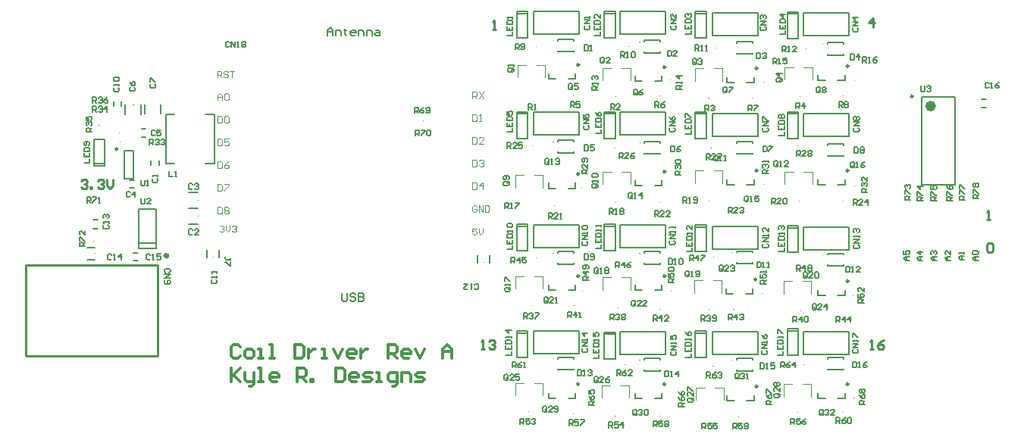
<source format=gto>
G04*
G04 #@! TF.GenerationSoftware,Altium Limited,Altium Designer,21.5.1 (32)*
G04*
G04 Layer_Color=65535*
%FSLAX25Y25*%
%MOIN*%
G70*
G04*
G04 #@! TF.SameCoordinates,804D03E9-ECC6-49F7-9CEA-4D12CAEBA4D3*
G04*
G04*
G04 #@! TF.FilePolarity,Positive*
G04*
G01*
G75*
%ADD10C,0.00984*%
%ADD11C,0.02362*%
%ADD12C,0.01968*%
%ADD13C,0.00394*%
%ADD14C,0.00787*%
%ADD15C,0.00800*%
%ADD16C,0.00600*%
%ADD17C,0.00472*%
%ADD18C,0.01000*%
%ADD19C,0.01200*%
%ADD20C,0.00500*%
%ADD21C,0.00446*%
%ADD22C,0.00408*%
D10*
X19081Y127492D02*
G03*
X19081Y127492I-492J0D01*
G01*
X368878Y150685D02*
G03*
X368878Y150685I-492J0D01*
G01*
X340579Y24000D02*
G03*
X340579Y24000I-492J0D01*
G01*
X222079Y164543D02*
G03*
X222079Y164543I-492J0D01*
G01*
X260079Y163543D02*
G03*
X260079Y163543I-492J0D01*
G01*
X300579Y163043D02*
G03*
X300579Y163043I-492J0D01*
G01*
X340579Y164043D02*
G03*
X340579Y164043I-492J0D01*
G01*
X222079Y116500D02*
G03*
X222079Y116500I-492J0D01*
G01*
X260079Y117543D02*
G03*
X260079Y117543I-492J0D01*
G01*
X300579Y118043D02*
G03*
X300579Y118043I-492J0D01*
G01*
X340579D02*
G03*
X340579Y118043I-492J0D01*
G01*
X222079Y71543D02*
G03*
X222079Y71543I-492J0D01*
G01*
X260079D02*
G03*
X260079Y71543I-492J0D01*
G01*
X300079Y70087D02*
G03*
X300079Y70087I-492J0D01*
G01*
X340579Y69338D02*
G03*
X340579Y69338I-492J0D01*
G01*
X222079Y24043D02*
G03*
X222079Y24043I-492J0D01*
G01*
X260079Y24000D02*
G03*
X260079Y24000I-492J0D01*
G01*
X300579Y23043D02*
G03*
X300579Y23043I-492J0D01*
G01*
D11*
X377835Y146354D02*
G03*
X377835Y146354I-1181J0D01*
G01*
D12*
X40894Y80500D02*
G03*
X40894Y80500I-394J0D01*
G01*
D13*
X329358Y35165D02*
G03*
X329358Y35165I-197J0D01*
G01*
X8697Y87000D02*
G03*
X8697Y87000I-197J0D01*
G01*
X396728Y101058D02*
G03*
X396728Y101058I-197J0D01*
G01*
X34697Y147150D02*
G03*
X34697Y147150I-197J0D01*
G01*
X9197Y81500D02*
G03*
X9197Y81500I-197J0D01*
G01*
X54697Y98000D02*
G03*
X54697Y98000I-197J0D01*
G01*
Y105000D02*
G03*
X54697Y105000I-197J0D01*
G01*
X26197Y147000D02*
G03*
X26197Y147000I-197J0D01*
G01*
X210858Y175165D02*
G03*
X210858Y175165I-197J0D01*
G01*
X248858Y174665D02*
G03*
X248858Y174665I-197J0D01*
G01*
X289358Y174165D02*
G03*
X289358Y174165I-197J0D01*
G01*
X329358Y173665D02*
G03*
X329358Y173665I-197J0D01*
G01*
X210858Y130665D02*
G03*
X210858Y130665I-197J0D01*
G01*
X248858Y130165D02*
G03*
X248858Y130165I-197J0D01*
G01*
X289358D02*
G03*
X289358Y130165I-197J0D01*
G01*
X329358Y129165D02*
G03*
X329358Y129165I-197J0D01*
G01*
X210858Y81665D02*
G03*
X210858Y81665I-197J0D01*
G01*
X248858D02*
G03*
X248858Y81665I-197J0D01*
G01*
X289358Y81940D02*
G03*
X289358Y81940I-197J0D01*
G01*
X329358Y80960D02*
G03*
X329358Y80960I-197J0D01*
G01*
X210858Y35165D02*
G03*
X210858Y35165I-197J0D01*
G01*
X248858Y34665D02*
G03*
X248858Y34665I-197J0D01*
G01*
X289358D02*
G03*
X289358Y34665I-197J0D01*
G01*
X200697Y150500D02*
G03*
X200697Y150500I-197J0D01*
G01*
X238197D02*
G03*
X238197Y150500I-197J0D01*
G01*
X279197Y150000D02*
G03*
X279197Y150000I-197J0D01*
G01*
X319197Y150500D02*
G03*
X319197Y150500I-197J0D01*
G01*
X219815Y151000D02*
G03*
X219815Y151000I-197J0D01*
G01*
X257815D02*
G03*
X257815Y151000I-197J0D01*
G01*
X298315Y150000D02*
G03*
X298315Y150000I-197J0D01*
G01*
X338315Y151000D02*
G03*
X338315Y151000I-197J0D01*
G01*
X203197Y172500D02*
G03*
X203197Y172500I-197J0D01*
G01*
X243948D02*
G03*
X243948Y172500I-197J0D01*
G01*
X282697Y172000D02*
G03*
X282697Y172000I-197J0D01*
G01*
X321948Y171500D02*
G03*
X321948Y171500I-197J0D01*
G01*
X224697Y158728D02*
G03*
X224697Y158728I-197J0D01*
G01*
X262197Y157772D02*
G03*
X262197Y157772I-197J0D01*
G01*
X303697Y157000D02*
G03*
X303697Y157000I-197J0D01*
G01*
X343197Y157500D02*
G03*
X343197Y157500I-197J0D01*
G01*
X200697Y102500D02*
G03*
X200697Y102500I-197J0D01*
G01*
X238469Y104000D02*
G03*
X238469Y104000I-197J0D01*
G01*
X279197Y104500D02*
G03*
X279197Y104500I-197J0D01*
G01*
X318925D02*
G03*
X318925Y104500I-197J0D01*
G01*
X211197Y102500D02*
G03*
X211197Y102500I-197J0D01*
G01*
X257815Y104000D02*
G03*
X257815Y104000I-197J0D01*
G01*
X290697Y104500D02*
G03*
X290697Y104500I-197J0D01*
G01*
X338315D02*
G03*
X338315Y104500I-197J0D01*
G01*
X201697Y129000D02*
G03*
X201697Y129000I-197J0D01*
G01*
X237948Y128000D02*
G03*
X237948Y128000I-197J0D01*
G01*
X280197D02*
G03*
X280197Y128000I-197J0D01*
G01*
X318448Y129000D02*
G03*
X318448Y129000I-197J0D01*
G01*
X223197Y110500D02*
G03*
X223197Y110500I-197J0D01*
G01*
X264697Y110728D02*
G03*
X264697Y110728I-197J0D01*
G01*
X303697Y112000D02*
G03*
X303697Y112000I-197J0D01*
G01*
X343197Y111272D02*
G03*
X343197Y111272I-197J0D01*
G01*
X29697Y130500D02*
G03*
X29697Y130500I-197J0D01*
G01*
X20197D02*
G03*
X20197Y130500I-197J0D01*
G01*
X11197Y138000D02*
G03*
X11197Y138000I-197J0D01*
G01*
X19969Y134500D02*
G03*
X19969Y134500I-197J0D01*
G01*
X201197Y58500D02*
G03*
X201197Y58500I-197J0D01*
G01*
X239197Y57500D02*
G03*
X239197Y57500I-197J0D01*
G01*
X279260Y56795D02*
G03*
X279260Y56795I-197J0D01*
G01*
X319760Y56295D02*
G03*
X319760Y56295I-197J0D01*
G01*
X219815Y58500D02*
G03*
X219815Y58500I-197J0D01*
G01*
X257815Y57000D02*
G03*
X257815Y57000I-197J0D01*
G01*
X290197D02*
G03*
X290197Y57000I-197J0D01*
G01*
X338315Y55795D02*
G03*
X338315Y55795I-197J0D01*
G01*
X203197Y79500D02*
G03*
X203197Y79500I-197J0D01*
G01*
X240425D02*
G03*
X240425Y79500I-197J0D01*
G01*
X281260Y79795D02*
G03*
X281260Y79795I-197J0D01*
G01*
X321760Y78794D02*
G03*
X321760Y78794I-197J0D01*
G01*
X223697Y65000D02*
G03*
X223697Y65000I-197J0D01*
G01*
X262697D02*
G03*
X262697Y65000I-197J0D01*
G01*
X302697Y64000D02*
G03*
X302697Y64000I-197J0D01*
G01*
X342697Y63000D02*
G03*
X342697Y63000I-197J0D01*
G01*
X199925Y12000D02*
G03*
X199925Y12000I-197J0D01*
G01*
X238197Y10000D02*
G03*
X238197Y10000I-197J0D01*
G01*
X279697Y9500D02*
G03*
X279697Y9500I-197J0D01*
G01*
X318197Y11500D02*
G03*
X318197Y11500I-197J0D01*
G01*
X219815Y11000D02*
G03*
X219815Y11000I-197J0D01*
G01*
X257815Y10000D02*
G03*
X257815Y10000I-197J0D01*
G01*
X292197Y9500D02*
G03*
X292197Y9500I-197J0D01*
G01*
X338315Y11500D02*
G03*
X338315Y11500I-197J0D01*
G01*
X202697Y32500D02*
G03*
X202697Y32500I-197J0D01*
G01*
X242197D02*
G03*
X242197Y32500I-197J0D01*
G01*
X281197Y32000D02*
G03*
X281197Y32000I-197J0D01*
G01*
X320969Y32500D02*
G03*
X320969Y32500I-197J0D01*
G01*
X223697Y17500D02*
G03*
X223697Y17500I-197J0D01*
G01*
X263697D02*
G03*
X263697Y17500I-197J0D01*
G01*
X302197D02*
G03*
X302197Y17500I-197J0D01*
G01*
X343197Y18000D02*
G03*
X343197Y18000I-197J0D01*
G01*
X61197Y79756D02*
G03*
X61197Y79756I-197J0D01*
G01*
X180197Y77500D02*
G03*
X180197Y77500I-197J0D01*
G01*
X153697Y140000D02*
G03*
X153697Y140000I-197J0D01*
G01*
Y130500D02*
G03*
X153697Y130500I-197J0D01*
G01*
X8634Y99780D02*
G03*
X8634Y99780I-197J0D01*
G01*
X366228Y101058D02*
G03*
X366228Y101058I-197J0D01*
G01*
X372228D02*
G03*
X372228Y101058I-197J0D01*
G01*
X378228D02*
G03*
X378228Y101058I-197J0D01*
G01*
X384728Y101058D02*
G03*
X384728Y101058I-197J0D01*
G01*
X390728Y101058D02*
G03*
X390728Y101058I-197J0D01*
G01*
D14*
X22034Y114402D02*
X25971D01*
X22034Y126607D02*
X25971D01*
Y114402D02*
Y126607D01*
X22034Y114402D02*
Y126607D01*
X372716Y111709D02*
X387283D01*
X372716Y150291D02*
X387283D01*
Y111709D02*
Y150291D01*
X372716Y111709D02*
Y150291D01*
X338906Y17701D02*
Y20063D01*
X335756Y17701D02*
X338906D01*
X327095D02*
Y20063D01*
Y17701D02*
X330244D01*
X338315Y30244D02*
Y30835D01*
X331228Y30244D02*
Y30835D01*
X338315Y35165D02*
Y35756D01*
X331228Y35165D02*
Y35756D01*
Y30244D02*
X338315D01*
X331228Y35756D02*
X338315D01*
X57791Y142827D02*
X61630D01*
X57791Y121173D02*
X61630D01*
X40370Y142827D02*
X44209D01*
X40370Y121173D02*
X44209D01*
X61630D02*
Y142827D01*
X40370Y121173D02*
Y142827D01*
X320677Y47000D02*
X340677D01*
X320677Y37000D02*
Y47000D01*
Y37000D02*
X340677D01*
Y47000D01*
X38043Y143016D02*
X38043Y147150D01*
X30957Y143016D02*
X30957Y147150D01*
X5752Y84158D02*
X9000Y84158D01*
X5752Y78843D02*
X9000D01*
X50366Y101543D02*
X54500Y101543D01*
X50366Y94457D02*
X54500Y94457D01*
X50366Y108543D02*
X54500Y108543D01*
X50366Y101457D02*
X54500Y101457D01*
X22457Y142866D02*
X22457Y147000D01*
X29543Y142866D02*
X29543Y147000D01*
X202177Y188000D02*
X222177D01*
X202177Y178000D02*
Y188000D01*
Y178000D02*
X222177D01*
Y188000D01*
X240177D02*
X260177D01*
X240177Y178000D02*
Y188000D01*
Y178000D02*
X260177D01*
Y188000D01*
X280677Y187500D02*
X300677D01*
X280677Y177500D02*
Y187500D01*
Y177500D02*
X300677D01*
Y187500D01*
X320677D02*
X340677D01*
X320677Y177500D02*
Y187500D01*
Y177500D02*
X340677D01*
Y187500D01*
X202177Y143705D02*
X222177D01*
X202177Y133705D02*
Y143705D01*
Y133705D02*
X222177D01*
Y143705D01*
X240177D02*
X260177D01*
X240177Y133705D02*
Y143705D01*
Y133705D02*
X260177D01*
Y143705D01*
X280677Y143205D02*
X300677D01*
X280677Y133205D02*
Y143205D01*
Y133205D02*
X300677D01*
Y143205D01*
X320677D02*
X340677D01*
X320677Y133205D02*
Y143205D01*
Y133205D02*
X340677D01*
Y143205D01*
X202177Y94205D02*
X222177D01*
X202177Y84206D02*
Y94205D01*
Y84206D02*
X222177D01*
Y94205D01*
X240177D02*
X260177D01*
X240177Y84206D02*
Y94205D01*
Y84206D02*
X260177D01*
Y94205D01*
X280677Y93500D02*
X300677D01*
X280677Y83500D02*
Y93500D01*
Y83500D02*
X300677D01*
Y93500D01*
X320677Y93000D02*
X340677D01*
X320677Y83000D02*
Y93000D01*
Y83000D02*
X340677D01*
Y93000D01*
X202177Y47500D02*
X222177D01*
X202177Y37500D02*
Y47500D01*
Y37500D02*
X222177D01*
Y47500D01*
X240177Y47000D02*
X260177D01*
X240177Y37000D02*
Y47000D01*
Y37000D02*
X260177D01*
Y47000D01*
X280677D02*
X300677D01*
X280677Y37000D02*
Y47000D01*
Y37000D02*
X300677D01*
Y47000D01*
X219815Y170244D02*
Y170835D01*
X212728Y170244D02*
Y170835D01*
X219815Y175165D02*
Y175756D01*
X212728Y175165D02*
Y175756D01*
Y170244D02*
X219815D01*
X212728Y175756D02*
X219815D01*
X257815Y169744D02*
Y170335D01*
X250728Y169744D02*
Y170335D01*
X257815Y174665D02*
Y175256D01*
X250728Y174665D02*
Y175256D01*
Y169744D02*
X257815D01*
X250728Y175256D02*
X257815D01*
X298315Y169244D02*
Y169835D01*
X291228Y169244D02*
Y169835D01*
X298315Y174165D02*
Y174756D01*
X291228Y174165D02*
Y174756D01*
Y169244D02*
X298315D01*
X291228Y174756D02*
X298315D01*
X338315Y168744D02*
Y169335D01*
X331228Y168744D02*
Y169335D01*
X338315Y173665D02*
Y174256D01*
X331228Y173665D02*
Y174256D01*
Y168744D02*
X338315D01*
X331228Y174256D02*
X338315D01*
X219815Y125744D02*
Y126335D01*
X212728Y125744D02*
Y126335D01*
X219815Y130665D02*
Y131256D01*
X212728Y130665D02*
Y131256D01*
Y125744D02*
X219815D01*
X212728Y131256D02*
X219815D01*
X257815Y125244D02*
Y125835D01*
X250728Y125244D02*
Y125835D01*
X257815Y130165D02*
Y130756D01*
X250728Y130165D02*
Y130756D01*
Y125244D02*
X257815D01*
X250728Y130756D02*
X257815D01*
X298315Y125244D02*
Y125835D01*
X291228Y125244D02*
Y125835D01*
X298315Y130165D02*
Y130756D01*
X291228Y130165D02*
Y130756D01*
Y125244D02*
X298315D01*
X291228Y130756D02*
X298315D01*
X338315Y124244D02*
Y124835D01*
X331228Y124244D02*
Y124835D01*
X338315Y129165D02*
Y129756D01*
X331228Y129165D02*
Y129756D01*
Y124244D02*
X338315D01*
X331228Y129756D02*
X338315D01*
X219815Y76744D02*
Y77335D01*
X212728Y76744D02*
Y77335D01*
X219815Y81665D02*
Y82256D01*
X212728Y81665D02*
Y82256D01*
Y76744D02*
X219815D01*
X212728Y82256D02*
X219815D01*
X257815Y76744D02*
Y77335D01*
X250728Y76744D02*
Y77335D01*
X257815Y81665D02*
Y82256D01*
X250728Y81665D02*
Y82256D01*
Y76744D02*
X257815D01*
X250728Y82256D02*
X257815D01*
X298315Y77018D02*
Y77609D01*
X291228Y77018D02*
Y77609D01*
X298315Y81940D02*
Y82530D01*
X291228Y81940D02*
Y82530D01*
Y77018D02*
X298315D01*
X291228Y82530D02*
X298315D01*
X338315Y76039D02*
Y76629D01*
X331228Y76039D02*
Y76629D01*
X338315Y80960D02*
Y81550D01*
X331228Y80960D02*
Y81550D01*
Y76039D02*
X338315D01*
X331228Y81550D02*
X338315D01*
X219815Y30244D02*
Y30835D01*
X212728Y30244D02*
Y30835D01*
X219815Y35165D02*
Y35756D01*
X212728Y35165D02*
Y35756D01*
Y30244D02*
X219815D01*
X212728Y35756D02*
X219815D01*
X257815Y29744D02*
Y30335D01*
X250728Y29744D02*
Y30335D01*
X257815Y34665D02*
Y35256D01*
X250728Y34665D02*
Y35256D01*
Y29744D02*
X257815D01*
X250728Y35256D02*
X257815D01*
X298315Y29744D02*
Y30335D01*
X291228Y29744D02*
Y30335D01*
X298315Y34665D02*
Y35256D01*
X291228Y34665D02*
Y35256D01*
Y29744D02*
X298315D01*
X291228Y35256D02*
X298315D01*
X220406Y158244D02*
Y160606D01*
X217256Y158244D02*
X220406D01*
X208594D02*
Y160606D01*
Y158244D02*
X211744D01*
X258405Y157244D02*
Y159606D01*
X255256Y157244D02*
X258405D01*
X246595D02*
Y159606D01*
Y157244D02*
X249744D01*
X298905Y156744D02*
Y159106D01*
X295756Y156744D02*
X298905D01*
X287094D02*
Y159106D01*
Y156744D02*
X290244D01*
X338906Y157744D02*
Y160106D01*
X335756Y157744D02*
X338906D01*
X327095D02*
Y160106D01*
Y157744D02*
X330244D01*
X220406Y110201D02*
Y112563D01*
X217256Y110201D02*
X220406D01*
X208594D02*
Y112563D01*
Y110201D02*
X211744D01*
X258405Y111244D02*
Y113606D01*
X255256Y111244D02*
X258405D01*
X246595D02*
Y113606D01*
Y111244D02*
X249744D01*
X298905Y111744D02*
Y114106D01*
X295756Y111744D02*
X298905D01*
X287094D02*
Y114106D01*
Y111744D02*
X290244D01*
X338906D02*
Y114106D01*
X335756Y111744D02*
X338906D01*
X327095D02*
Y114106D01*
Y111744D02*
X330244D01*
X220406Y65244D02*
Y67606D01*
X217256Y65244D02*
X220406D01*
X208594D02*
Y67606D01*
Y65244D02*
X211744D01*
X258405D02*
Y67606D01*
X255256Y65244D02*
X258405D01*
X246595D02*
Y67606D01*
Y65244D02*
X249744D01*
X298406Y63787D02*
Y66150D01*
X295256Y63787D02*
X298406D01*
X286595D02*
Y66150D01*
Y63787D02*
X289744D01*
X338906Y63039D02*
Y65401D01*
X335756Y63039D02*
X338906D01*
X327095D02*
Y65401D01*
Y63039D02*
X330244D01*
X220406Y17744D02*
Y20106D01*
X217256Y17744D02*
X220406D01*
X208594D02*
Y20106D01*
Y17744D02*
X211744D01*
X258405Y17701D02*
Y20063D01*
X255256Y17701D02*
X258405D01*
X246595D02*
Y20063D01*
Y17701D02*
X249744D01*
X298905Y16744D02*
Y19106D01*
X295756Y16744D02*
X298905D01*
X287094D02*
Y19106D01*
Y16744D02*
X290244D01*
X63657Y79756D02*
X63657Y83004D01*
X58342Y79756D02*
Y83004D01*
X182658Y77500D02*
X182658Y80748D01*
X177342Y77500D02*
Y80748D01*
X117807Y64026D02*
Y61075D01*
X118397Y60484D01*
X119578D01*
X120168Y61075D01*
Y64026D01*
X123711Y63436D02*
X123120Y64026D01*
X121940D01*
X121349Y63436D01*
Y62846D01*
X121940Y62255D01*
X123120D01*
X123711Y61665D01*
Y61075D01*
X123120Y60484D01*
X121940D01*
X121349Y61075D01*
X124891Y64026D02*
Y60484D01*
X126663D01*
X127253Y61075D01*
Y61665D01*
X126663Y62255D01*
X124891D01*
X126663D01*
X127253Y62846D01*
Y63436D01*
X126663Y64026D01*
X124891D01*
X111508Y177413D02*
Y179775D01*
X112689Y180956D01*
X113869Y179775D01*
Y177413D01*
Y179184D01*
X111508D01*
X115050Y177413D02*
Y179775D01*
X116821D01*
X117411Y179184D01*
Y177413D01*
X119183Y180365D02*
Y179775D01*
X118592D01*
X119773D01*
X119183D01*
Y178004D01*
X119773Y177413D01*
X123315D02*
X122134D01*
X121544Y178004D01*
Y179184D01*
X122134Y179775D01*
X123315D01*
X123905Y179184D01*
Y178594D01*
X121544D01*
X125086Y177413D02*
Y179775D01*
X126857D01*
X127448Y179184D01*
Y177413D01*
X128628D02*
Y179775D01*
X130399D01*
X130990Y179184D01*
Y177413D01*
X132761Y179775D02*
X133942D01*
X134532Y179184D01*
Y177413D01*
X132761D01*
X132170Y178004D01*
X132761Y178594D01*
X134532D01*
D15*
X28500Y101200D02*
X36100D01*
X28500Y83800D02*
X36100D01*
X28500Y86200D02*
X36100D01*
Y83800D02*
Y101200D01*
X28500Y83800D02*
Y101200D01*
D16*
X13402Y120153D02*
Y131807D01*
X8559D02*
X13402D01*
X8572Y121039D02*
X13362D01*
X8559Y120153D02*
Y131807D01*
Y120153D02*
X13402D01*
X313661Y48299D02*
X318504D01*
Y36646D02*
Y48299D01*
X313701Y47413D02*
X318491D01*
X313661Y36646D02*
X318504D01*
X313661D02*
Y48299D01*
X8437Y92311D02*
X10406Y92311D01*
X8437Y96248D02*
X10406Y96248D01*
X399031Y149272D02*
X401000D01*
X399031Y145728D02*
X401000Y145728D01*
X37272Y120500D02*
Y122468D01*
X33728Y120500D02*
X33728Y122468D01*
X24500Y110228D02*
X26469D01*
X24500Y113772D02*
X26469Y113772D01*
X29575Y132728D02*
X31543D01*
X29575Y136272D02*
X31543Y136272D01*
X17228Y146531D02*
Y148500D01*
X20772Y146531D02*
X20772Y148500D01*
X194598Y188094D02*
X199441D01*
Y176440D02*
Y188094D01*
X194638Y187208D02*
X199428D01*
X194598Y176440D02*
X199441D01*
X194598D02*
Y188094D01*
X233098D02*
X237941D01*
Y176440D02*
Y188094D01*
X233138Y187208D02*
X237928D01*
X233098Y176440D02*
X237941D01*
X233098D02*
Y188094D01*
X273161D02*
X278004D01*
Y176440D02*
Y188094D01*
X273201Y187208D02*
X277991D01*
X273161Y176440D02*
X278004D01*
X273161D02*
Y188094D01*
X313661Y187799D02*
X318504D01*
Y176146D02*
Y187799D01*
X313701Y186913D02*
X318491D01*
X313661Y176146D02*
X318504D01*
X313661D02*
Y187799D01*
X194598Y143799D02*
X199441D01*
Y132146D02*
Y143799D01*
X194638Y142913D02*
X199428D01*
X194598Y132146D02*
X199441D01*
X194598D02*
Y143799D01*
X233098D02*
X237941D01*
Y132146D02*
Y143799D01*
X233138Y142913D02*
X237928D01*
X233098Y132146D02*
X237941D01*
X233098D02*
Y143799D01*
X273161D02*
X278004D01*
Y132146D02*
Y143799D01*
X273201Y142913D02*
X277991D01*
X273161Y132146D02*
X278004D01*
X273161D02*
Y143799D01*
X313661D02*
X318504D01*
Y132146D02*
Y143799D01*
X313701Y142913D02*
X318491D01*
X313661Y132146D02*
X318504D01*
X313661D02*
Y143799D01*
X194598Y94299D02*
X199441D01*
Y82646D02*
Y94299D01*
X194638Y93413D02*
X199428D01*
X194598Y82646D02*
X199441D01*
X194598D02*
Y94299D01*
X233098D02*
X237941D01*
Y82646D02*
Y94299D01*
X233138Y93413D02*
X237928D01*
X233098Y82646D02*
X237941D01*
X233098D02*
Y94299D01*
X273161Y94094D02*
X278004D01*
Y82440D02*
Y94094D01*
X273201Y93208D02*
X277991D01*
X273161Y82440D02*
X278004D01*
X273161D02*
Y94094D01*
X313661Y93594D02*
X318504D01*
Y81940D02*
Y93594D01*
X313701Y92708D02*
X318491D01*
X313661Y81940D02*
X318504D01*
X313661D02*
Y93594D01*
X194598Y47299D02*
X199441D01*
Y35646D02*
Y47299D01*
X194638Y46413D02*
X199428D01*
X194598Y35646D02*
X199441D01*
X194598D02*
Y47299D01*
X233098Y46799D02*
X237941D01*
Y35146D02*
Y46799D01*
X233138Y45913D02*
X237928D01*
X233098Y35146D02*
X237941D01*
X233098D02*
Y46799D01*
X273161Y47299D02*
X278004D01*
Y35646D02*
Y47299D01*
X273201Y46413D02*
X277991D01*
X273161Y35646D02*
X278004D01*
X273161D02*
Y47299D01*
X26032Y81772D02*
X28000D01*
X26032Y78228D02*
X28000Y78228D01*
D17*
X320342Y23953D02*
X324082D01*
Y18441D02*
Y23953D01*
X312035D02*
X315775D01*
X312035Y18441D02*
Y23953D01*
X203342Y164453D02*
X207082D01*
Y158941D02*
Y164453D01*
X195035D02*
X198775D01*
X195035Y158941D02*
Y164453D01*
X240842Y163087D02*
X244582D01*
Y157575D02*
Y163087D01*
X232535D02*
X236275D01*
X232535Y157575D02*
Y163087D01*
X281342Y162953D02*
X285082D01*
Y157441D02*
Y162953D01*
X273035D02*
X276775D01*
X273035Y157441D02*
Y162953D01*
X320842Y163453D02*
X324582D01*
Y157941D02*
Y163453D01*
X312535D02*
X316275D01*
X312535Y157941D02*
Y163453D01*
X202342Y115953D02*
X206082D01*
Y110441D02*
Y115953D01*
X194035D02*
X197775D01*
X194035Y110441D02*
Y115953D01*
X240842Y117453D02*
X244582D01*
Y111941D02*
Y117453D01*
X232535D02*
X236275D01*
X232535Y111941D02*
Y117453D01*
X281342Y117953D02*
X285082D01*
Y112441D02*
Y117953D01*
X273035D02*
X276775D01*
X273035Y112441D02*
Y117953D01*
X320842Y117453D02*
X324582D01*
Y111941D02*
Y117453D01*
X312535D02*
X316275D01*
X312535Y111941D02*
Y117453D01*
X202342Y71453D02*
X206082D01*
Y65941D02*
Y71453D01*
X194035D02*
X197775D01*
X194035Y65941D02*
Y71453D01*
X240842Y70953D02*
X244582D01*
Y65441D02*
Y70953D01*
X232535D02*
X236275D01*
X232535Y65441D02*
Y70953D01*
X280905Y69727D02*
X284645D01*
Y64215D02*
Y69727D01*
X272598D02*
X276338D01*
X272598Y64215D02*
Y69727D01*
X320405Y69247D02*
X324145D01*
Y63735D02*
Y69247D01*
X312098D02*
X315838D01*
X312098Y63735D02*
Y69247D01*
X202284Y24453D02*
X206024D01*
Y18941D02*
Y24453D01*
X193976D02*
X197716D01*
X193976Y18941D02*
Y24453D01*
X240283Y23453D02*
X244024D01*
Y17941D02*
Y23453D01*
X231976D02*
X235717D01*
X231976Y17941D02*
Y23453D01*
X281842Y22453D02*
X285582D01*
Y16941D02*
Y22453D01*
X273535D02*
X277275D01*
X273535Y16941D02*
Y22453D01*
D18*
X36614Y36248D02*
Y76248D01*
X-21386Y36248D02*
X36614D01*
X-21386Y76248D02*
X36614D01*
X-21386Y36248D02*
Y76248D01*
X401500Y96397D02*
X402833D01*
X402166D01*
Y100396D01*
X401500Y99729D01*
Y85332D02*
X402166Y85999D01*
X403499D01*
X404166Y85332D01*
Y82666D01*
X403499Y82000D01*
X402166D01*
X401500Y82666D01*
Y85332D01*
X351499Y181000D02*
Y184999D01*
X349500Y182999D01*
X352166D01*
X350000Y39500D02*
X351333D01*
X350666D01*
Y43499D01*
X350000Y42832D01*
X355998Y43499D02*
X354665Y42832D01*
X353332Y41499D01*
Y40166D01*
X353999Y39500D01*
X355332D01*
X355998Y40166D01*
Y40833D01*
X355332Y41499D01*
X353332D01*
X184000Y180000D02*
X185333D01*
X184667D01*
Y183999D01*
X184000Y183332D01*
X179000Y39500D02*
X180333D01*
X179666D01*
Y43499D01*
X179000Y42832D01*
X182332D02*
X182999Y43499D01*
X184332D01*
X184998Y42832D01*
Y42166D01*
X184332Y41499D01*
X183665D01*
X184332D01*
X184998Y40833D01*
Y40166D01*
X184332Y39500D01*
X182999D01*
X182332Y40166D01*
X3000Y113332D02*
X3666Y113999D01*
X4999D01*
X5666Y113332D01*
Y112666D01*
X4999Y111999D01*
X4333D01*
X4999D01*
X5666Y111333D01*
Y110667D01*
X4999Y110000D01*
X3666D01*
X3000Y110667D01*
X6999Y110000D02*
Y110667D01*
X7665D01*
Y110000D01*
X6999D01*
X10331Y113332D02*
X10997Y113999D01*
X12330D01*
X12997Y113332D01*
Y112666D01*
X12330Y111999D01*
X11664D01*
X12330D01*
X12997Y111333D01*
Y110667D01*
X12330Y110000D01*
X10997D01*
X10331Y110667D01*
X14330Y113999D02*
Y111333D01*
X15663Y110000D01*
X16996Y111333D01*
Y113999D01*
D19*
X73199Y40275D02*
X72199Y41275D01*
X70200D01*
X69200Y40275D01*
Y36277D01*
X70200Y35277D01*
X72199D01*
X73199Y36277D01*
X76198Y35277D02*
X78197D01*
X79197Y36277D01*
Y38276D01*
X78197Y39276D01*
X76198D01*
X75198Y38276D01*
Y36277D01*
X76198Y35277D01*
X81196D02*
X83196D01*
X82196D01*
Y39276D01*
X81196D01*
X86194Y35277D02*
X88194D01*
X87194D01*
Y41275D01*
X86194D01*
X97191D02*
Y35277D01*
X100190D01*
X101190Y36277D01*
Y40275D01*
X100190Y41275D01*
X97191D01*
X103189Y39276D02*
Y35277D01*
Y37276D01*
X104189Y38276D01*
X105188Y39276D01*
X106188D01*
X109187Y35277D02*
X111186D01*
X110187D01*
Y39276D01*
X109187D01*
X114185D02*
X116185Y35277D01*
X118184Y39276D01*
X123182Y35277D02*
X121183D01*
X120184Y36277D01*
Y38276D01*
X121183Y39276D01*
X123182D01*
X124182Y38276D01*
Y37276D01*
X120184D01*
X126182Y39276D02*
Y35277D01*
Y37276D01*
X127181Y38276D01*
X128181Y39276D01*
X129181D01*
X138178Y35277D02*
Y41275D01*
X141177D01*
X142176Y40275D01*
Y38276D01*
X141177Y37276D01*
X138178D01*
X140177D02*
X142176Y35277D01*
X147175D02*
X145175D01*
X144176Y36277D01*
Y38276D01*
X145175Y39276D01*
X147175D01*
X148175Y38276D01*
Y37276D01*
X144176D01*
X150174Y39276D02*
X152173Y35277D01*
X154173Y39276D01*
X162170Y35277D02*
Y39276D01*
X164169Y41275D01*
X166169Y39276D01*
Y35277D01*
Y38276D01*
X162170D01*
X69200Y31197D02*
Y25199D01*
Y27199D01*
X73199Y31197D01*
X70200Y28198D01*
X73199Y25199D01*
X75198Y29198D02*
Y26199D01*
X76198Y25199D01*
X79197D01*
Y24200D01*
X78197Y23200D01*
X77197D01*
X79197Y25199D02*
Y29198D01*
X81196Y25199D02*
X83196D01*
X82196D01*
Y31197D01*
X81196D01*
X89193Y25199D02*
X87194D01*
X86194Y26199D01*
Y28198D01*
X87194Y29198D01*
X89193D01*
X90193Y28198D01*
Y27199D01*
X86194D01*
X98191Y25199D02*
Y31197D01*
X101190D01*
X102189Y30198D01*
Y28198D01*
X101190Y27199D01*
X98191D01*
X100190D02*
X102189Y25199D01*
X104189D02*
Y26199D01*
X105188D01*
Y25199D01*
X104189D01*
X115185Y31197D02*
Y25199D01*
X118184D01*
X119184Y26199D01*
Y30198D01*
X118184Y31197D01*
X115185D01*
X124182Y25199D02*
X122183D01*
X121183Y26199D01*
Y28198D01*
X122183Y29198D01*
X124182D01*
X125182Y28198D01*
Y27199D01*
X121183D01*
X127181Y25199D02*
X130180D01*
X131180Y26199D01*
X130180Y27199D01*
X128181D01*
X127181Y28198D01*
X128181Y29198D01*
X131180D01*
X133179Y25199D02*
X135179D01*
X134179D01*
Y29198D01*
X133179D01*
X140177Y23200D02*
X141177D01*
X142176Y24200D01*
Y29198D01*
X139177D01*
X138178Y28198D01*
Y26199D01*
X139177Y25199D01*
X142176D01*
X144176D02*
Y29198D01*
X147175D01*
X148175Y28198D01*
Y25199D01*
X150174D02*
X153173D01*
X154173Y26199D01*
X153173Y27199D01*
X151173D01*
X150174Y28198D01*
X151173Y29198D01*
X154173D01*
D20*
X68293Y174333D02*
X67876Y174750D01*
X67043D01*
X66626Y174333D01*
Y172667D01*
X67043Y172250D01*
X67876D01*
X68293Y172667D01*
X69126Y172250D02*
Y174750D01*
X70792Y172250D01*
Y174750D01*
X71625Y172250D02*
X72458D01*
X72041D01*
Y174750D01*
X71625Y174333D01*
X73707D02*
X74124Y174750D01*
X74957D01*
X75374Y174333D01*
Y173916D01*
X74957Y173500D01*
X75374Y173083D01*
Y172667D01*
X74957Y172250D01*
X74124D01*
X73707Y172667D01*
Y173083D01*
X74124Y173500D01*
X73707Y173916D01*
Y174333D01*
X74124Y173500D02*
X74957D01*
X29334Y113750D02*
Y111667D01*
X29750Y111250D01*
X30584D01*
X31000Y111667D01*
Y113750D01*
X31833Y111250D02*
X32666D01*
X32250D01*
Y113750D01*
X31833Y113333D01*
X372417Y155250D02*
Y153167D01*
X372834Y152750D01*
X373667D01*
X374083Y153167D01*
Y155250D01*
X374917Y154833D02*
X375333Y155250D01*
X376166D01*
X376583Y154833D01*
Y154417D01*
X376166Y154000D01*
X375750D01*
X376166D01*
X376583Y153584D01*
Y153167D01*
X376166Y152750D01*
X375333D01*
X374917Y153167D01*
X329334Y10667D02*
Y12333D01*
X328917Y12750D01*
X328084D01*
X327668Y12333D01*
Y10667D01*
X328084Y10250D01*
X328917D01*
X328501Y11084D02*
X329334Y10250D01*
X328917D02*
X329334Y10667D01*
X330167Y12333D02*
X330584Y12750D01*
X331417D01*
X331833Y12333D01*
Y11917D01*
X331417Y11500D01*
X331000D01*
X331417D01*
X331833Y11084D01*
Y10667D01*
X331417Y10250D01*
X330584D01*
X330167Y10667D01*
X334332Y10250D02*
X332666D01*
X334332Y11917D01*
Y12333D01*
X333916Y12750D01*
X333083D01*
X332666Y12333D01*
X29417Y105750D02*
Y103667D01*
X29834Y103250D01*
X30667D01*
X31084Y103667D01*
Y105750D01*
X33583Y103250D02*
X31916D01*
X33583Y104917D01*
Y105333D01*
X33166Y105750D01*
X32333D01*
X31916Y105333D01*
X342376Y33750D02*
Y31250D01*
X343626D01*
X344042Y31667D01*
Y33333D01*
X343626Y33750D01*
X342376D01*
X344875Y31250D02*
X345708D01*
X345292D01*
Y33750D01*
X344875Y33333D01*
X348624Y33750D02*
X347791Y33333D01*
X346958Y32500D01*
Y31667D01*
X347374Y31250D01*
X348207D01*
X348624Y31667D01*
Y32083D01*
X348207Y32500D01*
X346958D01*
X4250Y121418D02*
X6750D01*
Y123084D01*
X4250Y125584D02*
Y123917D01*
X6750D01*
Y125584D01*
X5500Y123917D02*
Y124750D01*
X4250Y126417D02*
X6750D01*
Y127666D01*
X6333Y128083D01*
X4667D01*
X4250Y127666D01*
Y126417D01*
X6333Y128916D02*
X6750Y129332D01*
Y130165D01*
X6333Y130582D01*
X4667D01*
X4250Y130165D01*
Y129332D01*
X4667Y128916D01*
X5083D01*
X5500Y129332D01*
Y130582D01*
X309250Y36877D02*
X311750D01*
Y38543D01*
X309250Y41042D02*
Y39376D01*
X311750D01*
Y41042D01*
X310500Y39376D02*
Y40209D01*
X309250Y41875D02*
X311750D01*
Y43125D01*
X311333Y43541D01*
X309667D01*
X309250Y43125D01*
Y41875D01*
X311750Y44374D02*
Y45208D01*
Y44791D01*
X309250D01*
X309667Y44374D01*
X309250Y46457D02*
Y48123D01*
X309667D01*
X311333Y46457D01*
X311750D01*
X68750Y78417D02*
Y79250D01*
Y78833D01*
X66667D01*
X66250Y79250D01*
Y79666D01*
X66667Y80083D01*
X68750Y77583D02*
Y75917D01*
X68333D01*
X66667Y77583D01*
X66250D01*
X4750Y84668D02*
X2250D01*
Y85917D01*
X2667Y86334D01*
X3500D01*
X3917Y85917D01*
Y84668D01*
Y85501D02*
X4750Y86334D01*
X2250Y87167D02*
Y88833D01*
X2667D01*
X4333Y87167D01*
X4750D01*
Y91332D02*
Y89666D01*
X3084Y91332D01*
X2667D01*
X2250Y90916D01*
Y90083D01*
X2667Y89666D01*
X397750Y105668D02*
X395250D01*
Y106917D01*
X395667Y107334D01*
X396500D01*
X396917Y106917D01*
Y105668D01*
Y106501D02*
X397750Y107334D01*
X395250Y108167D02*
Y109833D01*
X395667D01*
X397333Y108167D01*
X397750D01*
X395667Y110666D02*
X395250Y111083D01*
Y111916D01*
X395667Y112332D01*
X396083D01*
X396500Y111916D01*
X396917Y112332D01*
X397333D01*
X397750Y111916D01*
Y111083D01*
X397333Y110666D01*
X396917D01*
X396500Y111083D01*
X396083Y110666D01*
X395667D01*
X396500Y111083D02*
Y111916D01*
X41834Y117750D02*
Y115250D01*
X43500D01*
X44333D02*
X45166D01*
X44750D01*
Y117750D01*
X44333Y117333D01*
X342667Y39292D02*
X342250Y38876D01*
Y38043D01*
X342667Y37626D01*
X344333D01*
X344750Y38043D01*
Y38876D01*
X344333Y39292D01*
X344750Y40126D02*
X342250D01*
X344750Y41792D01*
X342250D01*
X344750Y42625D02*
Y43458D01*
Y43041D01*
X342250D01*
X342667Y42625D01*
X342250Y44708D02*
Y46374D01*
X342667D01*
X344333Y44708D01*
X344750D01*
X309833Y19834D02*
X308167D01*
X307750Y19417D01*
Y18584D01*
X308167Y18168D01*
X309833D01*
X310250Y18584D01*
Y19417D01*
X309417Y19001D02*
X310250Y19834D01*
Y19417D02*
X309833Y19834D01*
X310250Y22333D02*
Y20667D01*
X308583Y22333D01*
X308167D01*
X307750Y21916D01*
Y21083D01*
X308167Y20667D01*
Y23166D02*
X307750Y23583D01*
Y24416D01*
X308167Y24832D01*
X308583D01*
X309000Y24416D01*
X309417Y24832D01*
X309833D01*
X310250Y24416D01*
Y23583D01*
X309833Y23166D01*
X309417D01*
X309000Y23583D01*
X308583Y23166D01*
X308167D01*
X309000Y23583D02*
Y24416D01*
X33667Y156084D02*
X33250Y155667D01*
Y154834D01*
X33667Y154417D01*
X35333D01*
X35750Y154834D01*
Y155667D01*
X35333Y156084D01*
X33250Y156916D02*
Y158583D01*
X33667D01*
X35333Y156916D01*
X35750D01*
X16542Y80833D02*
X16126Y81250D01*
X15292D01*
X14876Y80833D01*
Y79167D01*
X15292Y78750D01*
X16126D01*
X16542Y79167D01*
X17375Y78750D02*
X18208D01*
X17792D01*
Y81250D01*
X17375Y80833D01*
X20707Y78750D02*
Y81250D01*
X19458Y80000D01*
X21124D01*
X13167Y94042D02*
X12750Y93626D01*
Y92792D01*
X13167Y92376D01*
X14833D01*
X15250Y92792D01*
Y93626D01*
X14833Y94042D01*
X15250Y94875D02*
Y95708D01*
Y95292D01*
X12750D01*
X13167Y94875D01*
Y96958D02*
X12750Y97374D01*
Y98207D01*
X13167Y98624D01*
X13584D01*
X14000Y98207D01*
Y97791D01*
Y98207D01*
X14416Y98624D01*
X14833D01*
X15250Y98207D01*
Y97374D01*
X14833Y96958D01*
X402290Y156382D02*
X401874Y156799D01*
X401041D01*
X400624Y156382D01*
Y154716D01*
X401041Y154299D01*
X401874D01*
X402290Y154716D01*
X403124Y154299D02*
X403957D01*
X403540D01*
Y156799D01*
X403124Y156382D01*
X406872Y156799D02*
X406039Y156382D01*
X405206Y155549D01*
Y154716D01*
X405623Y154299D01*
X406456D01*
X406872Y154716D01*
Y155132D01*
X406456Y155549D01*
X405206D01*
X41833Y73166D02*
X42250Y73583D01*
Y74416D01*
X41833Y74832D01*
X40167D01*
X39750Y74416D01*
Y73583D01*
X40167Y73166D01*
X39750Y72333D02*
X42250D01*
X39750Y70667D01*
X42250D01*
X40167Y69834D02*
X39750Y69417D01*
Y68584D01*
X40167Y68168D01*
X41833D01*
X42250Y68584D01*
Y69417D01*
X41833Y69834D01*
X41416D01*
X41000Y69417D01*
Y68168D01*
X34667Y114500D02*
X34250Y114084D01*
Y113250D01*
X34667Y112834D01*
X36333D01*
X36750Y113250D01*
Y114084D01*
X36333Y114500D01*
X36750Y115333D02*
Y116166D01*
Y115750D01*
X34250D01*
X34667Y115333D01*
X52083Y91833D02*
X51667Y92250D01*
X50834D01*
X50417Y91833D01*
Y90167D01*
X50834Y89750D01*
X51667D01*
X52083Y90167D01*
X54583Y89750D02*
X52917D01*
X54583Y91417D01*
Y91833D01*
X54166Y92250D01*
X53333D01*
X52917Y91833D01*
X52083Y111833D02*
X51667Y112250D01*
X50834D01*
X50417Y111833D01*
Y110167D01*
X50834Y109750D01*
X51667D01*
X52083Y110167D01*
X52917Y111833D02*
X53333Y112250D01*
X54166D01*
X54583Y111833D01*
Y111416D01*
X54166Y111000D01*
X53750D01*
X54166D01*
X54583Y110583D01*
Y110167D01*
X54166Y109750D01*
X53333D01*
X52917Y110167D01*
X24584Y108333D02*
X24167Y108750D01*
X23334D01*
X22917Y108333D01*
Y106667D01*
X23334Y106250D01*
X24167D01*
X24584Y106667D01*
X26666Y106250D02*
Y108750D01*
X25416Y107500D01*
X27083D01*
X35583Y135333D02*
X35167Y135750D01*
X34334D01*
X33917Y135333D01*
Y133667D01*
X34334Y133250D01*
X35167D01*
X35583Y133667D01*
X38083Y135750D02*
X36417D01*
Y134500D01*
X37250Y134916D01*
X37666D01*
X38083Y134500D01*
Y133667D01*
X37666Y133250D01*
X36833D01*
X36417Y133667D01*
X24667Y154584D02*
X24250Y154167D01*
Y153334D01*
X24667Y152917D01*
X26333D01*
X26750Y153334D01*
Y154167D01*
X26333Y154584D01*
X24250Y157083D02*
X24667Y156250D01*
X25500Y155417D01*
X26333D01*
X26750Y155833D01*
Y156666D01*
X26333Y157083D01*
X25916D01*
X25500Y156666D01*
Y155417D01*
X17667Y154542D02*
X17250Y154126D01*
Y153293D01*
X17667Y152876D01*
X19333D01*
X19750Y153293D01*
Y154126D01*
X19333Y154542D01*
X19750Y155375D02*
Y156208D01*
Y155792D01*
X17250D01*
X17667Y155375D01*
Y157458D02*
X17250Y157874D01*
Y158707D01*
X17667Y159124D01*
X19333D01*
X19750Y158707D01*
Y157874D01*
X19333Y157458D01*
X17667D01*
X224667Y181750D02*
X224250Y181334D01*
Y180501D01*
X224667Y180084D01*
X226333D01*
X226750Y180501D01*
Y181334D01*
X226333Y181750D01*
X226750Y182583D02*
X224250D01*
X226750Y184250D01*
X224250D01*
X226750Y185083D02*
Y185916D01*
Y185499D01*
X224250D01*
X224667Y185083D01*
X262667Y181834D02*
X262250Y181417D01*
Y180584D01*
X262667Y180168D01*
X264333D01*
X264750Y180584D01*
Y181417D01*
X264333Y181834D01*
X264750Y182667D02*
X262250D01*
X264750Y184333D01*
X262250D01*
X264750Y186832D02*
Y185166D01*
X263084Y186832D01*
X262667D01*
X262250Y186416D01*
Y185583D01*
X262667Y185166D01*
X302167Y181334D02*
X301750Y180917D01*
Y180084D01*
X302167Y179668D01*
X303833D01*
X304250Y180084D01*
Y180917D01*
X303833Y181334D01*
X304250Y182167D02*
X301750D01*
X304250Y183833D01*
X301750D01*
X302167Y184666D02*
X301750Y185083D01*
Y185916D01*
X302167Y186332D01*
X302584D01*
X303000Y185916D01*
Y185499D01*
Y185916D01*
X303416Y186332D01*
X303833D01*
X304250Y185916D01*
Y185083D01*
X303833Y184666D01*
X342667Y180834D02*
X342250Y180417D01*
Y179584D01*
X342667Y179168D01*
X344333D01*
X344750Y179584D01*
Y180417D01*
X344333Y180834D01*
X344750Y181667D02*
X342250D01*
X344750Y183333D01*
X342250D01*
X344750Y185416D02*
X342250D01*
X343500Y184166D01*
Y185832D01*
X224427Y137834D02*
X224010Y137417D01*
Y136584D01*
X224427Y136168D01*
X226093D01*
X226509Y136584D01*
Y137417D01*
X226093Y137834D01*
X226509Y138667D02*
X224010D01*
X226509Y140333D01*
X224010D01*
Y142832D02*
Y141166D01*
X225260D01*
X224843Y141999D01*
Y142416D01*
X225260Y142832D01*
X226093D01*
X226509Y142416D01*
Y141583D01*
X226093Y141166D01*
X262167Y136834D02*
X261750Y136417D01*
Y135584D01*
X262167Y135168D01*
X263833D01*
X264250Y135584D01*
Y136417D01*
X263833Y136834D01*
X264250Y137667D02*
X261750D01*
X264250Y139333D01*
X261750D01*
Y141832D02*
X262167Y140999D01*
X263000Y140166D01*
X263833D01*
X264250Y140583D01*
Y141416D01*
X263833Y141832D01*
X263417D01*
X263000Y141416D01*
Y140166D01*
X303167Y136834D02*
X302750Y136417D01*
Y135584D01*
X303167Y135168D01*
X304833D01*
X305250Y135584D01*
Y136417D01*
X304833Y136834D01*
X305250Y137667D02*
X302750D01*
X305250Y139333D01*
X302750D01*
Y140166D02*
Y141832D01*
X303167D01*
X304833Y140166D01*
X305250D01*
X343167Y136834D02*
X342750Y136417D01*
Y135584D01*
X343167Y135168D01*
X344833D01*
X345250Y135584D01*
Y136417D01*
X344833Y136834D01*
X345250Y137667D02*
X342750D01*
X345250Y139333D01*
X342750D01*
X343167Y140166D02*
X342750Y140583D01*
Y141416D01*
X343167Y141832D01*
X343583D01*
X344000Y141416D01*
X344416Y141832D01*
X344833D01*
X345250Y141416D01*
Y140583D01*
X344833Y140166D01*
X344416D01*
X344000Y140583D01*
X343583Y140166D01*
X343167D01*
X344000Y140583D02*
Y141416D01*
X223667Y86793D02*
X223250Y86376D01*
Y85543D01*
X223667Y85126D01*
X225333D01*
X225750Y85543D01*
Y86376D01*
X225333Y86793D01*
X225750Y87626D02*
X223250D01*
X225750Y89292D01*
X223250D01*
X225750Y90125D02*
Y90958D01*
Y90541D01*
X223250D01*
X223667Y90125D01*
Y92207D02*
X223250Y92624D01*
Y93457D01*
X223667Y93874D01*
X225333D01*
X225750Y93457D01*
Y92624D01*
X225333Y92207D01*
X223667D01*
X262167Y87209D02*
X261750Y86793D01*
Y85960D01*
X262167Y85543D01*
X263833D01*
X264250Y85960D01*
Y86793D01*
X263833Y87209D01*
X264250Y88042D02*
X261750D01*
X264250Y89708D01*
X261750D01*
X264250Y90541D02*
Y91374D01*
Y90958D01*
X261750D01*
X262167Y90541D01*
X264250Y92624D02*
Y93457D01*
Y93041D01*
X261750D01*
X262167Y92624D01*
X303167Y85793D02*
X302750Y85376D01*
Y84543D01*
X303167Y84126D01*
X304833D01*
X305250Y84543D01*
Y85376D01*
X304833Y85793D01*
X305250Y86626D02*
X302750D01*
X305250Y88292D01*
X302750D01*
X305250Y89125D02*
Y89958D01*
Y89541D01*
X302750D01*
X303167Y89125D01*
X305250Y92874D02*
Y91207D01*
X303584Y92874D01*
X303167D01*
X302750Y92457D01*
Y91624D01*
X303167Y91207D01*
X343167Y85293D02*
X342750Y84876D01*
Y84043D01*
X343167Y83626D01*
X344833D01*
X345250Y84043D01*
Y84876D01*
X344833Y85293D01*
X345250Y86126D02*
X342750D01*
X345250Y87792D01*
X342750D01*
X345250Y88625D02*
Y89458D01*
Y89041D01*
X342750D01*
X343167Y88625D01*
Y90707D02*
X342750Y91124D01*
Y91957D01*
X343167Y92374D01*
X343583D01*
X344000Y91957D01*
Y91540D01*
Y91957D01*
X344416Y92374D01*
X344833D01*
X345250Y91957D01*
Y91124D01*
X344833Y90707D01*
X223667Y39792D02*
X223250Y39376D01*
Y38543D01*
X223667Y38126D01*
X225333D01*
X225750Y38543D01*
Y39376D01*
X225333Y39792D01*
X225750Y40626D02*
X223250D01*
X225750Y42292D01*
X223250D01*
X225750Y43125D02*
Y43958D01*
Y43541D01*
X223250D01*
X223667Y43125D01*
X225750Y46457D02*
X223250D01*
X224500Y45208D01*
Y46874D01*
X262667Y38293D02*
X262250Y37876D01*
Y37043D01*
X262667Y36626D01*
X264333D01*
X264750Y37043D01*
Y37876D01*
X264333Y38293D01*
X264750Y39126D02*
X262250D01*
X264750Y40792D01*
X262250D01*
X264750Y41625D02*
Y42458D01*
Y42041D01*
X262250D01*
X262667Y41625D01*
X262250Y45374D02*
Y43707D01*
X263500D01*
X263084Y44541D01*
Y44957D01*
X263500Y45374D01*
X264333D01*
X264750Y44957D01*
Y44124D01*
X264333Y43707D01*
X302667Y38792D02*
X302250Y38376D01*
Y37543D01*
X302667Y37126D01*
X304333D01*
X304750Y37543D01*
Y38376D01*
X304333Y38792D01*
X304750Y39626D02*
X302250D01*
X304750Y41292D01*
X302250D01*
X304750Y42125D02*
Y42958D01*
Y42541D01*
X302250D01*
X302667Y42125D01*
X302250Y45874D02*
X302667Y45041D01*
X303500Y44208D01*
X304333D01*
X304750Y44624D01*
Y45457D01*
X304333Y45874D01*
X303917D01*
X303500Y45457D01*
Y44208D01*
X224334Y173250D02*
Y170750D01*
X225584D01*
X226000Y171167D01*
Y172833D01*
X225584Y173250D01*
X224334D01*
X226833Y170750D02*
X227666D01*
X227250D01*
Y173250D01*
X226833Y172833D01*
X260917Y170750D02*
Y168250D01*
X262167D01*
X262583Y168667D01*
Y170333D01*
X262167Y170750D01*
X260917D01*
X265083Y168250D02*
X263417D01*
X265083Y169916D01*
Y170333D01*
X264666Y170750D01*
X263833D01*
X263417Y170333D01*
X300189Y169750D02*
Y167250D01*
X301439D01*
X301855Y167667D01*
Y169333D01*
X301439Y169750D01*
X300189D01*
X302688Y169333D02*
X303105Y169750D01*
X303938D01*
X304354Y169333D01*
Y168916D01*
X303938Y168500D01*
X303521D01*
X303938D01*
X304354Y168084D01*
Y167667D01*
X303938Y167250D01*
X303105D01*
X302688Y167667D01*
X341417Y169250D02*
Y166750D01*
X342667D01*
X343084Y167167D01*
Y168833D01*
X342667Y169250D01*
X341417D01*
X345166Y166750D02*
Y169250D01*
X343917Y168000D01*
X345583D01*
X224417Y129250D02*
Y126750D01*
X225667D01*
X226083Y127167D01*
Y128833D01*
X225667Y129250D01*
X224417D01*
X228583D02*
X226917D01*
Y128000D01*
X227750Y128417D01*
X228166D01*
X228583Y128000D01*
Y127167D01*
X228166Y126750D01*
X227333D01*
X226917Y127167D01*
X262417Y128750D02*
Y126250D01*
X263667D01*
X264084Y126667D01*
Y128333D01*
X263667Y128750D01*
X262417D01*
X266583D02*
X265750Y128333D01*
X264916Y127500D01*
Y126667D01*
X265333Y126250D01*
X266166D01*
X266583Y126667D01*
Y127084D01*
X266166Y127500D01*
X264916D01*
X302917Y128750D02*
Y126250D01*
X304167D01*
X304584Y126667D01*
Y128333D01*
X304167Y128750D01*
X302917D01*
X305416D02*
X307083D01*
Y128333D01*
X305416Y126667D01*
Y126250D01*
X343189Y128250D02*
Y125750D01*
X344439D01*
X344855Y126167D01*
Y127833D01*
X344439Y128250D01*
X343189D01*
X345688Y127833D02*
X346105Y128250D01*
X346938D01*
X347354Y127833D01*
Y127417D01*
X346938Y127000D01*
X347354Y126584D01*
Y126167D01*
X346938Y125750D01*
X346105D01*
X345688Y126167D01*
Y126584D01*
X346105Y127000D01*
X345688Y127417D01*
Y127833D01*
X346105Y127000D02*
X346938D01*
X224417Y81250D02*
Y78750D01*
X225667D01*
X226083Y79167D01*
Y80833D01*
X225667Y81250D01*
X224417D01*
X226917Y79167D02*
X227333Y78750D01*
X228166D01*
X228583Y79167D01*
Y80833D01*
X228166Y81250D01*
X227333D01*
X226917Y80833D01*
Y80417D01*
X227333Y80000D01*
X228583D01*
X261376Y79250D02*
Y76750D01*
X262626D01*
X263042Y77167D01*
Y78833D01*
X262626Y79250D01*
X261376D01*
X263875Y76750D02*
X264708D01*
X264292D01*
Y79250D01*
X263875Y78833D01*
X265958D02*
X266374Y79250D01*
X267208D01*
X267624Y78833D01*
Y77167D01*
X267208Y76750D01*
X266374D01*
X265958Y77167D01*
Y78833D01*
X300292Y77750D02*
Y75250D01*
X301542D01*
X301959Y75667D01*
Y77333D01*
X301542Y77750D01*
X300292D01*
X302792Y75250D02*
X303625D01*
X303208D01*
Y77750D01*
X302792Y77333D01*
X304874Y75250D02*
X305708D01*
X305291D01*
Y77750D01*
X304874Y77333D01*
X339376Y75750D02*
Y73250D01*
X340626D01*
X341042Y73667D01*
Y75333D01*
X340626Y75750D01*
X339376D01*
X341875Y73250D02*
X342708D01*
X342292D01*
Y75750D01*
X341875Y75333D01*
X345624Y73250D02*
X343958D01*
X345624Y74916D01*
Y75333D01*
X345208Y75750D01*
X344374D01*
X343958Y75333D01*
X221376Y30250D02*
Y27750D01*
X222626D01*
X223042Y28167D01*
Y29833D01*
X222626Y30250D01*
X221376D01*
X223875Y27750D02*
X224708D01*
X224292D01*
Y30250D01*
X223875Y29833D01*
X225958D02*
X226374Y30250D01*
X227207D01*
X227624Y29833D01*
Y29416D01*
X227207Y29000D01*
X226791D01*
X227207D01*
X227624Y28583D01*
Y28167D01*
X227207Y27750D01*
X226374D01*
X225958Y28167D01*
X259876Y29750D02*
Y27250D01*
X261126D01*
X261542Y27667D01*
Y29333D01*
X261126Y29750D01*
X259876D01*
X262375Y27250D02*
X263208D01*
X262792D01*
Y29750D01*
X262375Y29333D01*
X265707Y27250D02*
Y29750D01*
X264458Y28500D01*
X266124D01*
X301876Y33250D02*
Y30750D01*
X303126D01*
X303542Y31167D01*
Y32833D01*
X303126Y33250D01*
X301876D01*
X304375Y30750D02*
X305208D01*
X304792D01*
Y33250D01*
X304375Y32833D01*
X308124Y33250D02*
X306458D01*
Y32000D01*
X307291Y32416D01*
X307708D01*
X308124Y32000D01*
Y31167D01*
X307708Y30750D01*
X306874D01*
X306458Y31167D01*
X190250Y177335D02*
X192750D01*
Y179001D01*
X190250Y181500D02*
Y179834D01*
X192750D01*
Y181500D01*
X191500Y179834D02*
Y180667D01*
X190250Y182333D02*
X192750D01*
Y183583D01*
X192333Y183999D01*
X190667D01*
X190250Y183583D01*
Y182333D01*
X192750Y184832D02*
Y185665D01*
Y185249D01*
X190250D01*
X190667Y184832D01*
X228750Y177418D02*
X231250D01*
Y179084D01*
X228750Y181583D02*
Y179917D01*
X231250D01*
Y181583D01*
X230000Y179917D02*
Y180750D01*
X228750Y182416D02*
X231250D01*
Y183666D01*
X230833Y184083D01*
X229167D01*
X228750Y183666D01*
Y182416D01*
X231250Y186582D02*
Y184916D01*
X229584Y186582D01*
X229167D01*
X228750Y186165D01*
Y185332D01*
X229167Y184916D01*
X268813Y177918D02*
X271313D01*
Y179584D01*
X268813Y182083D02*
Y180417D01*
X271313D01*
Y182083D01*
X270063Y180417D02*
Y181250D01*
X268813Y182916D02*
X271313D01*
Y184166D01*
X270896Y184583D01*
X269230D01*
X268813Y184166D01*
Y182916D01*
X269230Y185416D02*
X268813Y185832D01*
Y186665D01*
X269230Y187082D01*
X269646D01*
X270063Y186665D01*
Y186249D01*
Y186665D01*
X270479Y187082D01*
X270896D01*
X271313Y186665D01*
Y185832D01*
X270896Y185416D01*
X310313Y177918D02*
X312813D01*
Y179584D01*
X310313Y182083D02*
Y180417D01*
X312813D01*
Y182083D01*
X311563Y180417D02*
Y181250D01*
X310313Y182916D02*
X312813D01*
Y184166D01*
X312396Y184583D01*
X310730D01*
X310313Y184166D01*
Y182916D01*
X312813Y186665D02*
X310313D01*
X311563Y185416D01*
Y187082D01*
X190250Y134918D02*
X192750D01*
Y136584D01*
X190250Y139084D02*
Y137417D01*
X192750D01*
Y139084D01*
X191500Y137417D02*
Y138250D01*
X190250Y139917D02*
X192750D01*
Y141166D01*
X192333Y141583D01*
X190667D01*
X190250Y141166D01*
Y139917D01*
Y144082D02*
Y142416D01*
X191500D01*
X191084Y143249D01*
Y143665D01*
X191500Y144082D01*
X192333D01*
X192750Y143665D01*
Y142832D01*
X192333Y142416D01*
X229250Y134418D02*
X231750D01*
Y136084D01*
X229250Y138584D02*
Y136917D01*
X231750D01*
Y138584D01*
X230500Y136917D02*
Y137750D01*
X229250Y139417D02*
X231750D01*
Y140666D01*
X231333Y141083D01*
X229667D01*
X229250Y140666D01*
Y139417D01*
Y143582D02*
X229667Y142749D01*
X230500Y141916D01*
X231333D01*
X231750Y142332D01*
Y143165D01*
X231333Y143582D01*
X230917D01*
X230500Y143165D01*
Y141916D01*
X268813Y133918D02*
X271313D01*
Y135584D01*
X268813Y138084D02*
Y136417D01*
X271313D01*
Y138084D01*
X270063Y136417D02*
Y137250D01*
X268813Y138917D02*
X271313D01*
Y140166D01*
X270896Y140583D01*
X269230D01*
X268813Y140166D01*
Y138917D01*
Y141416D02*
Y143082D01*
X269230D01*
X270896Y141416D01*
X271313D01*
X309813Y133418D02*
X312313D01*
Y135084D01*
X309813Y137583D02*
Y135917D01*
X312313D01*
Y137583D01*
X311063Y135917D02*
Y136750D01*
X309813Y138417D02*
X312313D01*
Y139666D01*
X311896Y140083D01*
X310230D01*
X309813Y139666D01*
Y138417D01*
X310230Y140916D02*
X309813Y141332D01*
Y142165D01*
X310230Y142582D01*
X310646D01*
X311063Y142165D01*
X311479Y142582D01*
X311896D01*
X312313Y142165D01*
Y141332D01*
X311896Y140916D01*
X311479D01*
X311063Y141332D01*
X310646Y140916D01*
X310230D01*
X311063Y141332D02*
Y142165D01*
X190250Y83377D02*
X192750D01*
Y85043D01*
X190250Y87542D02*
Y85876D01*
X192750D01*
Y87542D01*
X191500Y85876D02*
Y86709D01*
X190250Y88375D02*
X192750D01*
Y89625D01*
X192333Y90041D01*
X190667D01*
X190250Y89625D01*
Y88375D01*
X192750Y90874D02*
Y91707D01*
Y91291D01*
X190250D01*
X190667Y90874D01*
Y92957D02*
X190250Y93374D01*
Y94207D01*
X190667Y94623D01*
X192333D01*
X192750Y94207D01*
Y93374D01*
X192333Y92957D01*
X190667D01*
X229250Y83793D02*
X231750D01*
Y85460D01*
X229250Y87959D02*
Y86293D01*
X231750D01*
Y87959D01*
X230500Y86293D02*
Y87126D01*
X229250Y88792D02*
X231750D01*
Y90041D01*
X231333Y90458D01*
X229667D01*
X229250Y90041D01*
Y88792D01*
X231750Y91291D02*
Y92124D01*
Y91707D01*
X229250D01*
X229667Y91291D01*
X231750Y93374D02*
Y94207D01*
Y93790D01*
X229250D01*
X229667Y93374D01*
X269250Y82377D02*
X271750D01*
Y84043D01*
X269250Y86542D02*
Y84876D01*
X271750D01*
Y86542D01*
X270500Y84876D02*
Y85709D01*
X269250Y87375D02*
X271750D01*
Y88625D01*
X271333Y89041D01*
X269667D01*
X269250Y88625D01*
Y87375D01*
X271750Y89874D02*
Y90707D01*
Y90291D01*
X269250D01*
X269667Y89874D01*
X271750Y93623D02*
Y91957D01*
X270083Y93623D01*
X269667D01*
X269250Y93207D01*
Y92374D01*
X269667Y91957D01*
X309750Y82377D02*
X312250D01*
Y84043D01*
X309750Y86542D02*
Y84876D01*
X312250D01*
Y86542D01*
X311000Y84876D02*
Y85709D01*
X309750Y87375D02*
X312250D01*
Y88625D01*
X311833Y89041D01*
X310167D01*
X309750Y88625D01*
Y87375D01*
X312250Y89874D02*
Y90707D01*
Y90291D01*
X309750D01*
X310167Y89874D01*
Y91957D02*
X309750Y92374D01*
Y93207D01*
X310167Y93623D01*
X310583D01*
X311000Y93207D01*
Y92790D01*
Y93207D01*
X311417Y93623D01*
X311833D01*
X312250Y93207D01*
Y92374D01*
X311833Y91957D01*
X189750Y36877D02*
X192250D01*
Y38543D01*
X189750Y41042D02*
Y39376D01*
X192250D01*
Y41042D01*
X191000Y39376D02*
Y40209D01*
X189750Y41875D02*
X192250D01*
Y43125D01*
X191833Y43541D01*
X190167D01*
X189750Y43125D01*
Y41875D01*
X192250Y44374D02*
Y45208D01*
Y44791D01*
X189750D01*
X190167Y44374D01*
X192250Y47707D02*
X189750D01*
X191000Y46457D01*
Y48123D01*
X228250Y35377D02*
X230750D01*
Y37043D01*
X228250Y39542D02*
Y37876D01*
X230750D01*
Y39542D01*
X229500Y37876D02*
Y38709D01*
X228250Y40375D02*
X230750D01*
Y41625D01*
X230333Y42041D01*
X228667D01*
X228250Y41625D01*
Y40375D01*
X230750Y42874D02*
Y43707D01*
Y43291D01*
X228250D01*
X228667Y42874D01*
X228250Y46623D02*
Y44957D01*
X229500D01*
X229083Y45790D01*
Y46207D01*
X229500Y46623D01*
X230333D01*
X230750Y46207D01*
Y45374D01*
X230333Y44957D01*
X268750Y35877D02*
X271250D01*
Y37543D01*
X268750Y40042D02*
Y38376D01*
X271250D01*
Y40042D01*
X270000Y38376D02*
Y39209D01*
X268750Y40875D02*
X271250D01*
Y42125D01*
X270833Y42541D01*
X269167D01*
X268750Y42125D01*
Y40875D01*
X271250Y43374D02*
Y44208D01*
Y43791D01*
X268750D01*
X269167Y43374D01*
X268750Y47123D02*
X269167Y46290D01*
X270000Y45457D01*
X270833D01*
X271250Y45874D01*
Y46707D01*
X270833Y47123D01*
X270416D01*
X270000Y46707D01*
Y45457D01*
X192833Y163000D02*
X191167D01*
X190750Y162583D01*
Y161750D01*
X191167Y161334D01*
X192833D01*
X193250Y161750D01*
Y162583D01*
X192417Y162167D02*
X193250Y163000D01*
Y162583D02*
X192833Y163000D01*
X193250Y163833D02*
Y164666D01*
Y164250D01*
X190750D01*
X191167Y163833D01*
X233084Y165667D02*
Y167333D01*
X232667Y167750D01*
X231834D01*
X231417Y167333D01*
Y165667D01*
X231834Y165250D01*
X232667D01*
X232250Y166084D02*
X233084Y165250D01*
X232667D02*
X233084Y165667D01*
X235583Y165250D02*
X233916D01*
X235583Y166917D01*
Y167333D01*
X235166Y167750D01*
X234333D01*
X233916Y167333D01*
X273584Y165167D02*
Y166833D01*
X273167Y167250D01*
X272334D01*
X271917Y166833D01*
Y165167D01*
X272334Y164750D01*
X273167D01*
X272750Y165584D02*
X273584Y164750D01*
X273167D02*
X273584Y165167D01*
X274416Y166833D02*
X274833Y167250D01*
X275666D01*
X276083Y166833D01*
Y166417D01*
X275666Y166000D01*
X275250D01*
X275666D01*
X276083Y165584D01*
Y165167D01*
X275666Y164750D01*
X274833D01*
X274416Y165167D01*
X310833Y158583D02*
X309167D01*
X308750Y158167D01*
Y157334D01*
X309167Y156917D01*
X310833D01*
X311250Y157334D01*
Y158167D01*
X310417Y157750D02*
X311250Y158583D01*
Y158167D02*
X310833Y158583D01*
X311250Y160666D02*
X308750D01*
X310000Y159416D01*
Y161083D01*
X219083Y154167D02*
Y155833D01*
X218667Y156250D01*
X217834D01*
X217417Y155833D01*
Y154167D01*
X217834Y153750D01*
X218667D01*
X218250Y154584D02*
X219083Y153750D01*
X218667D02*
X219083Y154167D01*
X221583Y156250D02*
X219917D01*
Y155000D01*
X220750Y155417D01*
X221166D01*
X221583Y155000D01*
Y154167D01*
X221166Y153750D01*
X220333D01*
X219917Y154167D01*
X247584Y151667D02*
Y153333D01*
X247167Y153750D01*
X246334D01*
X245917Y153333D01*
Y151667D01*
X246334Y151250D01*
X247167D01*
X246750Y152084D02*
X247584Y151250D01*
X247167D02*
X247584Y151667D01*
X250083Y153750D02*
X249250Y153333D01*
X248416Y152500D01*
Y151667D01*
X248833Y151250D01*
X249666D01*
X250083Y151667D01*
Y152084D01*
X249666Y152500D01*
X248416D01*
X287084Y152667D02*
Y154333D01*
X286667Y154750D01*
X285834D01*
X285417Y154333D01*
Y152667D01*
X285834Y152250D01*
X286667D01*
X286250Y153084D02*
X287084Y152250D01*
X286667D02*
X287084Y152667D01*
X287916Y154750D02*
X289583D01*
Y154333D01*
X287916Y152667D01*
Y152250D01*
X328083Y152667D02*
Y154333D01*
X327667Y154750D01*
X326834D01*
X326417Y154333D01*
Y152667D01*
X326834Y152250D01*
X327667D01*
X327250Y153084D02*
X328083Y152250D01*
X327667D02*
X328083Y152667D01*
X328917Y154333D02*
X329333Y154750D01*
X330166D01*
X330583Y154333D01*
Y153917D01*
X330166Y153500D01*
X330583Y153084D01*
Y152667D01*
X330166Y152250D01*
X329333D01*
X328917Y152667D01*
Y153084D01*
X329333Y153500D01*
X328917Y153917D01*
Y154333D01*
X329333Y153500D02*
X330166D01*
X190833Y113084D02*
X189167D01*
X188750Y112667D01*
Y111834D01*
X189167Y111417D01*
X190833D01*
X191250Y111834D01*
Y112667D01*
X190417Y112250D02*
X191250Y113084D01*
Y112667D02*
X190833Y113084D01*
Y113917D02*
X191250Y114333D01*
Y115166D01*
X190833Y115583D01*
X189167D01*
X188750Y115166D01*
Y114333D01*
X189167Y113917D01*
X189583D01*
X190000Y114333D01*
Y115583D01*
X229833Y112042D02*
X228167D01*
X227750Y111626D01*
Y110793D01*
X228167Y110376D01*
X229833D01*
X230250Y110793D01*
Y111626D01*
X229416Y111209D02*
X230250Y112042D01*
Y111626D02*
X229833Y112042D01*
X230250Y112875D02*
Y113708D01*
Y113292D01*
X227750D01*
X228167Y112875D01*
Y114958D02*
X227750Y115374D01*
Y116208D01*
X228167Y116624D01*
X229833D01*
X230250Y116208D01*
Y115374D01*
X229833Y114958D01*
X228167D01*
X282959Y122667D02*
Y124333D01*
X282542Y124750D01*
X281709D01*
X281293Y124333D01*
Y122667D01*
X281709Y122250D01*
X282542D01*
X282126Y123083D02*
X282959Y122250D01*
X282542D02*
X282959Y122667D01*
X283792Y122250D02*
X284625D01*
X284208D01*
Y124750D01*
X283792Y124333D01*
X285874Y122250D02*
X286707D01*
X286291D01*
Y124750D01*
X285874Y124333D01*
X309542Y120167D02*
Y121833D01*
X309126Y122250D01*
X308293D01*
X307876Y121833D01*
Y120167D01*
X308293Y119750D01*
X309126D01*
X308709Y120583D02*
X309542Y119750D01*
X309126D02*
X309542Y120167D01*
X310375Y119750D02*
X311208D01*
X310792D01*
Y122250D01*
X310375Y121833D01*
X314124Y119750D02*
X312458D01*
X314124Y121416D01*
Y121833D01*
X313707Y122250D01*
X312874D01*
X312458Y121833D01*
X208802Y121167D02*
Y122833D01*
X208385Y123250D01*
X207552D01*
X207136Y122833D01*
Y121167D01*
X207552Y120750D01*
X208385D01*
X207969Y121583D02*
X208802Y120750D01*
X208385D02*
X208802Y121167D01*
X209635Y120750D02*
X210468D01*
X210052D01*
Y123250D01*
X209635Y122833D01*
X211718D02*
X212134Y123250D01*
X212967D01*
X213384Y122833D01*
Y122416D01*
X212967Y122000D01*
X212551D01*
X212967D01*
X213384Y121583D01*
Y121167D01*
X212967Y120750D01*
X212134D01*
X211718Y121167D01*
X245542Y106167D02*
Y107833D01*
X245126Y108250D01*
X244292D01*
X243876Y107833D01*
Y106167D01*
X244292Y105750D01*
X245126D01*
X244709Y106583D02*
X245542Y105750D01*
X245126D02*
X245542Y106167D01*
X246375Y105750D02*
X247208D01*
X246792D01*
Y108250D01*
X246375Y107833D01*
X249708Y105750D02*
Y108250D01*
X248458Y107000D01*
X250124D01*
X296542Y104667D02*
Y106333D01*
X296126Y106750D01*
X295292D01*
X294876Y106333D01*
Y104667D01*
X295292Y104250D01*
X296126D01*
X295709Y105084D02*
X296542Y104250D01*
X296126D02*
X296542Y104667D01*
X297375Y104250D02*
X298208D01*
X297792D01*
Y106750D01*
X297375Y106333D01*
X301124Y106750D02*
X299458D01*
Y105500D01*
X300291Y105917D01*
X300708D01*
X301124Y105500D01*
Y104667D01*
X300708Y104250D01*
X299874D01*
X299458Y104667D01*
X343042Y119667D02*
Y121333D01*
X342626Y121750D01*
X341792D01*
X341376Y121333D01*
Y119667D01*
X341792Y119250D01*
X342626D01*
X342209Y120083D02*
X343042Y119250D01*
X342626D02*
X343042Y119667D01*
X343875Y119250D02*
X344708D01*
X344292D01*
Y121750D01*
X343875Y121333D01*
X347624Y121750D02*
X346791Y121333D01*
X345958Y120500D01*
Y119667D01*
X346374Y119250D01*
X347207D01*
X347624Y119667D01*
Y120083D01*
X347207Y120500D01*
X345958D01*
X191333Y66542D02*
X189667D01*
X189250Y66126D01*
Y65293D01*
X189667Y64876D01*
X191333D01*
X191750Y65293D01*
Y66126D01*
X190917Y65709D02*
X191750Y66542D01*
Y66126D02*
X191333Y66542D01*
X191750Y67375D02*
Y68208D01*
Y67792D01*
X189250D01*
X189667Y67375D01*
X189250Y69458D02*
Y71124D01*
X189667D01*
X191333Y69458D01*
X191750D01*
X230542Y73167D02*
Y74833D01*
X230126Y75250D01*
X229292D01*
X228876Y74833D01*
Y73167D01*
X229292Y72750D01*
X230126D01*
X229709Y73584D02*
X230542Y72750D01*
X230126D02*
X230542Y73167D01*
X231375Y72750D02*
X232208D01*
X231792D01*
Y75250D01*
X231375Y74833D01*
X233458D02*
X233874Y75250D01*
X234707D01*
X235124Y74833D01*
Y74417D01*
X234707Y74000D01*
X235124Y73584D01*
Y73167D01*
X234707Y72750D01*
X233874D01*
X233458Y73167D01*
Y73584D01*
X233874Y74000D01*
X233458Y74417D01*
Y74833D01*
X233874Y74000D02*
X234707D01*
X270542Y71667D02*
Y73333D01*
X270126Y73750D01*
X269292D01*
X268876Y73333D01*
Y71667D01*
X269292Y71250D01*
X270126D01*
X269709Y72083D02*
X270542Y71250D01*
X270126D02*
X270542Y71667D01*
X271375Y71250D02*
X272208D01*
X271792D01*
Y73750D01*
X271375Y73333D01*
X273458Y71667D02*
X273874Y71250D01*
X274708D01*
X275124Y71667D01*
Y73333D01*
X274708Y73750D01*
X273874D01*
X273458Y73333D01*
Y72917D01*
X273874Y72500D01*
X275124D01*
X322334Y71167D02*
Y72833D01*
X321917Y73250D01*
X321084D01*
X320668Y72833D01*
Y71167D01*
X321084Y70750D01*
X321917D01*
X321501Y71583D02*
X322334Y70750D01*
X321917D02*
X322334Y71167D01*
X324833Y70750D02*
X323167D01*
X324833Y72417D01*
Y72833D01*
X324416Y73250D01*
X323584D01*
X323167Y72833D01*
X325666D02*
X326083Y73250D01*
X326916D01*
X327332Y72833D01*
Y71167D01*
X326916Y70750D01*
X326083D01*
X325666Y71167D01*
Y72833D01*
X208250Y60167D02*
Y61833D01*
X207834Y62250D01*
X207001D01*
X206584Y61833D01*
Y60167D01*
X207001Y59750D01*
X207834D01*
X207417Y60584D02*
X208250Y59750D01*
X207834D02*
X208250Y60167D01*
X210750Y59750D02*
X209084D01*
X210750Y61417D01*
Y61833D01*
X210333Y62250D01*
X209500D01*
X209084Y61833D01*
X211583Y59750D02*
X212416D01*
X211999D01*
Y62250D01*
X211583Y61833D01*
X246834Y58667D02*
Y60333D01*
X246417Y60750D01*
X245584D01*
X245168Y60333D01*
Y58667D01*
X245584Y58250D01*
X246417D01*
X246001Y59083D02*
X246834Y58250D01*
X246417D02*
X246834Y58667D01*
X249333Y58250D02*
X247667D01*
X249333Y59917D01*
Y60333D01*
X248917Y60750D01*
X248083D01*
X247667Y60333D01*
X251832Y58250D02*
X250166D01*
X251832Y59917D01*
Y60333D01*
X251416Y60750D01*
X250583D01*
X250166Y60333D01*
X285334Y74167D02*
Y75833D01*
X284917Y76250D01*
X284084D01*
X283668Y75833D01*
Y74167D01*
X284084Y73750D01*
X284917D01*
X284501Y74584D02*
X285334Y73750D01*
X284917D02*
X285334Y74167D01*
X287833Y73750D02*
X286167D01*
X287833Y75416D01*
Y75833D01*
X287417Y76250D01*
X286583D01*
X286167Y75833D01*
X288666D02*
X289083Y76250D01*
X289916D01*
X290332Y75833D01*
Y75416D01*
X289916Y75000D01*
X289499D01*
X289916D01*
X290332Y74584D01*
Y74167D01*
X289916Y73750D01*
X289083D01*
X288666Y74167D01*
X326334Y57167D02*
Y58833D01*
X325917Y59250D01*
X325084D01*
X324668Y58833D01*
Y57167D01*
X325084Y56750D01*
X325917D01*
X325501Y57583D02*
X326334Y56750D01*
X325917D02*
X326334Y57167D01*
X328833Y56750D02*
X327167D01*
X328833Y58416D01*
Y58833D01*
X328416Y59250D01*
X327584D01*
X327167Y58833D01*
X330916Y56750D02*
Y59250D01*
X329666Y58000D01*
X331332D01*
X190834Y26167D02*
Y27833D01*
X190417Y28250D01*
X189584D01*
X189168Y27833D01*
Y26167D01*
X189584Y25750D01*
X190417D01*
X190001Y26583D02*
X190834Y25750D01*
X190417D02*
X190834Y26167D01*
X193333Y25750D02*
X191667D01*
X193333Y27417D01*
Y27833D01*
X192917Y28250D01*
X192084D01*
X191667Y27833D01*
X195832Y28250D02*
X194166D01*
Y27000D01*
X194999Y27417D01*
X195416D01*
X195832Y27000D01*
Y26167D01*
X195416Y25750D01*
X194583D01*
X194166Y26167D01*
X230334Y25167D02*
Y26833D01*
X229917Y27250D01*
X229084D01*
X228668Y26833D01*
Y25167D01*
X229084Y24750D01*
X229917D01*
X229501Y25583D02*
X230334Y24750D01*
X229917D02*
X230334Y25167D01*
X232833Y24750D02*
X231167D01*
X232833Y26417D01*
Y26833D01*
X232417Y27250D01*
X231583D01*
X231167Y26833D01*
X235332Y27250D02*
X234499Y26833D01*
X233666Y26000D01*
Y25167D01*
X234083Y24750D01*
X234916D01*
X235332Y25167D01*
Y25583D01*
X234916Y26000D01*
X233666D01*
X271833Y17834D02*
X270167D01*
X269750Y17417D01*
Y16584D01*
X270167Y16168D01*
X271833D01*
X272250Y16584D01*
Y17417D01*
X271416Y17001D02*
X272250Y17834D01*
Y17417D02*
X271833Y17834D01*
X272250Y20333D02*
Y18667D01*
X270584Y20333D01*
X270167D01*
X269750Y19917D01*
Y19083D01*
X270167Y18667D01*
X269750Y21166D02*
Y22832D01*
X270167D01*
X271833Y21166D01*
X272250D01*
X207834Y12167D02*
Y13833D01*
X207417Y14250D01*
X206584D01*
X206168Y13833D01*
Y12167D01*
X206584Y11750D01*
X207417D01*
X207001Y12584D02*
X207834Y11750D01*
X207417D02*
X207834Y12167D01*
X210333Y11750D02*
X208667D01*
X210333Y13417D01*
Y13833D01*
X209916Y14250D01*
X209084D01*
X208667Y13833D01*
X211166Y12167D02*
X211583Y11750D01*
X212416D01*
X212832Y12167D01*
Y13833D01*
X212416Y14250D01*
X211583D01*
X211166Y13833D01*
Y13417D01*
X211583Y13000D01*
X212832D01*
X247334Y10667D02*
Y12333D01*
X246917Y12750D01*
X246084D01*
X245668Y12333D01*
Y10667D01*
X246084Y10250D01*
X246917D01*
X246501Y11084D02*
X247334Y10250D01*
X246917D02*
X247334Y10667D01*
X248167Y12333D02*
X248584Y12750D01*
X249416D01*
X249833Y12333D01*
Y11917D01*
X249416Y11500D01*
X249000D01*
X249416D01*
X249833Y11084D01*
Y10667D01*
X249416Y10250D01*
X248584D01*
X248167Y10667D01*
X250666Y12333D02*
X251083Y12750D01*
X251916D01*
X252332Y12333D01*
Y10667D01*
X251916Y10250D01*
X251083D01*
X250666Y10667D01*
Y12333D01*
X292250Y26667D02*
Y28333D01*
X291834Y28750D01*
X291001D01*
X290584Y28333D01*
Y26667D01*
X291001Y26250D01*
X291834D01*
X291417Y27084D02*
X292250Y26250D01*
X291834D02*
X292250Y26667D01*
X293084Y28333D02*
X293500Y28750D01*
X294333D01*
X294750Y28333D01*
Y27916D01*
X294333Y27500D01*
X293917D01*
X294333D01*
X294750Y27084D01*
Y26667D01*
X294333Y26250D01*
X293500D01*
X293084Y26667D01*
X295583Y26250D02*
X296416D01*
X295999D01*
Y28750D01*
X295583Y28333D01*
X199834Y144750D02*
Y147250D01*
X201083D01*
X201500Y146833D01*
Y146000D01*
X201083Y145583D01*
X199834D01*
X200667D02*
X201500Y144750D01*
X202333D02*
X203166D01*
X202750D01*
Y147250D01*
X202333Y146833D01*
X235917Y144750D02*
Y147250D01*
X237167D01*
X237583Y146833D01*
Y146000D01*
X237167Y145583D01*
X235917D01*
X236750D02*
X237583Y144750D01*
X240083D02*
X238417D01*
X240083Y146416D01*
Y146833D01*
X239666Y147250D01*
X238833D01*
X238417Y146833D01*
X277417Y144250D02*
Y146750D01*
X278667D01*
X279083Y146333D01*
Y145500D01*
X278667Y145083D01*
X277417D01*
X278250D02*
X279083Y144250D01*
X279917Y146333D02*
X280333Y146750D01*
X281166D01*
X281583Y146333D01*
Y145916D01*
X281166Y145500D01*
X280750D01*
X281166D01*
X281583Y145083D01*
Y144667D01*
X281166Y144250D01*
X280333D01*
X279917Y144667D01*
X317417Y145250D02*
Y147750D01*
X318667D01*
X319083Y147333D01*
Y146500D01*
X318667Y146083D01*
X317417D01*
X318250D02*
X319083Y145250D01*
X321166D02*
Y147750D01*
X319917Y146500D01*
X321583D01*
X218264Y145750D02*
Y148250D01*
X219513D01*
X219930Y147833D01*
Y147000D01*
X219513Y146583D01*
X218264D01*
X219097D02*
X219930Y145750D01*
X222429Y148250D02*
X220763D01*
Y147000D01*
X221596Y147416D01*
X222013D01*
X222429Y147000D01*
Y146167D01*
X222013Y145750D01*
X221180D01*
X220763Y146167D01*
X255536Y145750D02*
Y148250D01*
X256785D01*
X257202Y147833D01*
Y147000D01*
X256785Y146583D01*
X255536D01*
X256368D02*
X257202Y145750D01*
X259701Y148250D02*
X258868Y147833D01*
X258035Y147000D01*
Y146167D01*
X258451Y145750D01*
X259284D01*
X259701Y146167D01*
Y146583D01*
X259284Y147000D01*
X258035D01*
X296535Y144250D02*
Y146750D01*
X297785D01*
X298202Y146333D01*
Y145500D01*
X297785Y145083D01*
X296535D01*
X297369D02*
X298202Y144250D01*
X299035Y146750D02*
X300701D01*
Y146333D01*
X299035Y144667D01*
Y144250D01*
X336264Y145750D02*
Y148250D01*
X337513D01*
X337930Y147833D01*
Y147000D01*
X337513Y146583D01*
X336264D01*
X337097D02*
X337930Y145750D01*
X338763Y147833D02*
X339179Y148250D01*
X340013D01*
X340429Y147833D01*
Y147416D01*
X340013Y147000D01*
X340429Y146583D01*
Y146167D01*
X340013Y145750D01*
X339179D01*
X338763Y146167D01*
Y146583D01*
X339179Y147000D01*
X338763Y147416D01*
Y147833D01*
X339179Y147000D02*
X340013D01*
X193917Y171250D02*
Y173750D01*
X195167D01*
X195583Y173333D01*
Y172500D01*
X195167Y172083D01*
X193917D01*
X194750D02*
X195583Y171250D01*
X196416Y171667D02*
X196833Y171250D01*
X197666D01*
X198083Y171667D01*
Y173333D01*
X197666Y173750D01*
X196833D01*
X196416Y173333D01*
Y172916D01*
X196833Y172500D01*
X198083D01*
X240376Y167750D02*
Y170250D01*
X241626D01*
X242042Y169833D01*
Y169000D01*
X241626Y168584D01*
X240376D01*
X241209D02*
X242042Y167750D01*
X242875D02*
X243708D01*
X243292D01*
Y170250D01*
X242875Y169833D01*
X244958D02*
X245374Y170250D01*
X246207D01*
X246624Y169833D01*
Y168167D01*
X246207Y167750D01*
X245374D01*
X244958Y168167D01*
Y169833D01*
X273064Y170750D02*
Y173250D01*
X274314D01*
X274730Y172833D01*
Y172000D01*
X274314Y171583D01*
X273064D01*
X273897D02*
X274730Y170750D01*
X275563D02*
X276396D01*
X275980D01*
Y173250D01*
X275563Y172833D01*
X277646Y170750D02*
X278479D01*
X278063D01*
Y173250D01*
X277646Y172833D01*
X311376Y170250D02*
Y172750D01*
X312626D01*
X313042Y172333D01*
Y171500D01*
X312626Y171083D01*
X311376D01*
X312209D02*
X313042Y170250D01*
X313875D02*
X314708D01*
X314292D01*
Y172750D01*
X313875Y172333D01*
X317624Y170250D02*
X315958D01*
X317624Y171916D01*
Y172333D01*
X317208Y172750D01*
X316374D01*
X315958Y172333D01*
X230250Y153376D02*
X227750D01*
Y154626D01*
X228167Y155042D01*
X229000D01*
X229416Y154626D01*
Y153376D01*
Y154209D02*
X230250Y155042D01*
Y155875D02*
Y156708D01*
Y156292D01*
X227750D01*
X228167Y155875D01*
Y157958D02*
X227750Y158374D01*
Y159207D01*
X228167Y159624D01*
X228584D01*
X229000Y159207D01*
Y158791D01*
Y159207D01*
X229416Y159624D01*
X229833D01*
X230250Y159207D01*
Y158374D01*
X229833Y157958D01*
X267250Y153876D02*
X264750D01*
Y155126D01*
X265167Y155542D01*
X266000D01*
X266417Y155126D01*
Y153876D01*
Y154709D02*
X267250Y155542D01*
Y156375D02*
Y157208D01*
Y156792D01*
X264750D01*
X265167Y156375D01*
X267250Y159707D02*
X264750D01*
X266000Y158458D01*
Y160124D01*
X307224Y164999D02*
Y167499D01*
X308473D01*
X308890Y167082D01*
Y166249D01*
X308473Y165832D01*
X307224D01*
X308057D02*
X308890Y164999D01*
X309723D02*
X310556D01*
X310139D01*
Y167499D01*
X309723Y167082D01*
X313472Y167499D02*
X311805D01*
Y166249D01*
X312638Y166666D01*
X313055D01*
X313472Y166249D01*
Y165416D01*
X313055Y164999D01*
X312222D01*
X311805Y165416D01*
X346724Y165499D02*
Y167999D01*
X347973D01*
X348390Y167582D01*
Y166749D01*
X347973Y166332D01*
X346724D01*
X347557D02*
X348390Y165499D01*
X349223D02*
X350056D01*
X349639D01*
Y167999D01*
X349223Y167582D01*
X352972Y167999D02*
X352138Y167582D01*
X351305Y166749D01*
Y165916D01*
X351722Y165499D01*
X352555D01*
X352972Y165916D01*
Y166332D01*
X352555Y166749D01*
X351305D01*
X189376Y101250D02*
Y103750D01*
X190626D01*
X191042Y103333D01*
Y102500D01*
X190626Y102084D01*
X189376D01*
X190209D02*
X191042Y101250D01*
X191875D02*
X192708D01*
X192292D01*
Y103750D01*
X191875Y103333D01*
X193958Y103750D02*
X195624D01*
Y103333D01*
X193958Y101667D01*
Y101250D01*
X235376Y98750D02*
Y101250D01*
X236626D01*
X237042Y100833D01*
Y100000D01*
X236626Y99584D01*
X235376D01*
X236209D02*
X237042Y98750D01*
X237875D02*
X238708D01*
X238292D01*
Y101250D01*
X237875Y100833D01*
X239958D02*
X240374Y101250D01*
X241208D01*
X241624Y100833D01*
Y100417D01*
X241208Y100000D01*
X241624Y99584D01*
Y99167D01*
X241208Y98750D01*
X240374D01*
X239958Y99167D01*
Y99584D01*
X240374Y100000D01*
X239958Y100417D01*
Y100833D01*
X240374Y100000D02*
X241208D01*
X267876Y103750D02*
Y106250D01*
X269126D01*
X269542Y105833D01*
Y105000D01*
X269126Y104584D01*
X267876D01*
X268709D02*
X269542Y103750D01*
X270375D02*
X271208D01*
X270792D01*
Y106250D01*
X270375Y105833D01*
X272458Y104167D02*
X272874Y103750D01*
X273708D01*
X274124Y104167D01*
Y105833D01*
X273708Y106250D01*
X272874D01*
X272458Y105833D01*
Y105417D01*
X272874Y105000D01*
X274124D01*
X306668Y103250D02*
Y105750D01*
X307917D01*
X308334Y105333D01*
Y104500D01*
X307917Y104084D01*
X306668D01*
X307501D02*
X308334Y103250D01*
X310833D02*
X309167D01*
X310833Y104917D01*
Y105333D01*
X310417Y105750D01*
X309583D01*
X309167Y105333D01*
X311666D02*
X312083Y105750D01*
X312916D01*
X313332Y105333D01*
Y103667D01*
X312916Y103250D01*
X312083D01*
X311666Y103667D01*
Y105333D01*
X208584Y96750D02*
Y99250D01*
X209834D01*
X210250Y98833D01*
Y98000D01*
X209834Y97584D01*
X208584D01*
X209417D02*
X210250Y96750D01*
X212750D02*
X211084D01*
X212750Y98417D01*
Y98833D01*
X212333Y99250D01*
X211500D01*
X211084Y98833D01*
X213583Y96750D02*
X214416D01*
X213999D01*
Y99250D01*
X213583Y98833D01*
X255286Y97750D02*
Y100250D01*
X256536D01*
X256952Y99833D01*
Y99000D01*
X256536Y98584D01*
X255286D01*
X256119D02*
X256952Y97750D01*
X259451D02*
X257785D01*
X259451Y99417D01*
Y99833D01*
X259035Y100250D01*
X258202D01*
X257785Y99833D01*
X261950Y97750D02*
X260284D01*
X261950Y99417D01*
Y99833D01*
X261534Y100250D01*
X260701D01*
X260284Y99833D01*
X287668Y99250D02*
Y101750D01*
X288917D01*
X289334Y101333D01*
Y100500D01*
X288917Y100083D01*
X287668D01*
X288501D02*
X289334Y99250D01*
X291833D02*
X290167D01*
X291833Y100917D01*
Y101333D01*
X291417Y101750D01*
X290583D01*
X290167Y101333D01*
X292666D02*
X293083Y101750D01*
X293916D01*
X294332Y101333D01*
Y100917D01*
X293916Y100500D01*
X293499D01*
X293916D01*
X294332Y100083D01*
Y99667D01*
X293916Y99250D01*
X293083D01*
X292666Y99667D01*
X342668Y102750D02*
Y105250D01*
X343917D01*
X344334Y104833D01*
Y104000D01*
X343917Y103584D01*
X342668D01*
X343501D02*
X344334Y102750D01*
X346833D02*
X345167D01*
X346833Y104417D01*
Y104833D01*
X346416Y105250D01*
X345584D01*
X345167Y104833D01*
X348916Y102750D02*
Y105250D01*
X347666Y104000D01*
X349332D01*
X190417Y127750D02*
Y130250D01*
X191666D01*
X192083Y129833D01*
Y129000D01*
X191666Y128584D01*
X190417D01*
X191250D02*
X192083Y127750D01*
X194582D02*
X192916D01*
X194582Y129417D01*
Y129833D01*
X194165Y130250D01*
X193332D01*
X192916Y129833D01*
X197081Y130250D02*
X195415D01*
Y129000D01*
X196248Y129417D01*
X196665D01*
X197081Y129000D01*
Y128167D01*
X196665Y127750D01*
X195832D01*
X195415Y128167D01*
X239668Y123250D02*
Y125750D01*
X240917D01*
X241334Y125333D01*
Y124500D01*
X240917Y124083D01*
X239668D01*
X240501D02*
X241334Y123250D01*
X243833D02*
X242167D01*
X243833Y124917D01*
Y125333D01*
X243417Y125750D01*
X242583D01*
X242167Y125333D01*
X246332Y125750D02*
X245499Y125333D01*
X244666Y124500D01*
Y123667D01*
X245083Y123250D01*
X245916D01*
X246332Y123667D01*
Y124083D01*
X245916Y124500D01*
X244666D01*
X277917Y122750D02*
Y125250D01*
X279166D01*
X279583Y124833D01*
Y124000D01*
X279166Y123583D01*
X277917D01*
X278750D02*
X279583Y122750D01*
X282082D02*
X280416D01*
X282082Y124416D01*
Y124833D01*
X281665Y125250D01*
X280832D01*
X280416Y124833D01*
X282915Y125250D02*
X284581D01*
Y124833D01*
X282915Y123167D01*
Y122750D01*
X317668Y124250D02*
Y126750D01*
X318917D01*
X319334Y126333D01*
Y125500D01*
X318917Y125083D01*
X317668D01*
X318501D02*
X319334Y124250D01*
X321833D02*
X320167D01*
X321833Y125917D01*
Y126333D01*
X321416Y126750D01*
X320584D01*
X320167Y126333D01*
X322666D02*
X323083Y126750D01*
X323916D01*
X324332Y126333D01*
Y125917D01*
X323916Y125500D01*
X324332Y125083D01*
Y124667D01*
X323916Y124250D01*
X323083D01*
X322666Y124667D01*
Y125083D01*
X323083Y125500D01*
X322666Y125917D01*
Y126333D01*
X323083Y125500D02*
X323916D01*
X225750Y116668D02*
X223250D01*
Y117917D01*
X223667Y118334D01*
X224500D01*
X224917Y117917D01*
Y116668D01*
Y117501D02*
X225750Y118334D01*
Y120833D02*
Y119167D01*
X224083Y120833D01*
X223667D01*
X223250Y120416D01*
Y119583D01*
X223667Y119167D01*
X225333Y121666D02*
X225750Y122083D01*
Y122916D01*
X225333Y123332D01*
X223667D01*
X223250Y122916D01*
Y122083D01*
X223667Y121666D01*
X224083D01*
X224500Y122083D01*
Y123332D01*
X266750Y116168D02*
X264250D01*
Y117417D01*
X264667Y117834D01*
X265500D01*
X265916Y117417D01*
Y116168D01*
Y117001D02*
X266750Y117834D01*
X264667Y118667D02*
X264250Y119083D01*
Y119916D01*
X264667Y120333D01*
X265084D01*
X265500Y119916D01*
Y119500D01*
Y119916D01*
X265916Y120333D01*
X266333D01*
X266750Y119916D01*
Y119083D01*
X266333Y118667D01*
X264667Y121166D02*
X264250Y121583D01*
Y122416D01*
X264667Y122832D01*
X266333D01*
X266750Y122416D01*
Y121583D01*
X266333Y121166D01*
X264667D01*
X305250Y116584D02*
X302750D01*
Y117834D01*
X303167Y118250D01*
X304000D01*
X304416Y117834D01*
Y116584D01*
Y117417D02*
X305250Y118250D01*
X303167Y119083D02*
X302750Y119500D01*
Y120333D01*
X303167Y120750D01*
X303583D01*
X304000Y120333D01*
Y119916D01*
Y120333D01*
X304416Y120750D01*
X304833D01*
X305250Y120333D01*
Y119500D01*
X304833Y119083D01*
X305250Y121583D02*
Y122416D01*
Y121999D01*
X302750D01*
X303167Y121583D01*
X348750Y108439D02*
X346250D01*
Y109689D01*
X346667Y110106D01*
X347500D01*
X347917Y109689D01*
Y108439D01*
Y109273D02*
X348750Y110106D01*
X346667Y110939D02*
X346250Y111355D01*
Y112188D01*
X346667Y112605D01*
X347083D01*
X347500Y112188D01*
Y111772D01*
Y112188D01*
X347917Y112605D01*
X348333D01*
X348750Y112188D01*
Y111355D01*
X348333Y110939D01*
X348750Y115104D02*
Y113438D01*
X347083Y115104D01*
X346667D01*
X346250Y114687D01*
Y113854D01*
X346667Y113438D01*
X33168Y129250D02*
Y131750D01*
X34417D01*
X34834Y131333D01*
Y130500D01*
X34417Y130084D01*
X33168D01*
X34001D02*
X34834Y129250D01*
X35667Y131333D02*
X36083Y131750D01*
X36917D01*
X37333Y131333D01*
Y130917D01*
X36917Y130500D01*
X36500D01*
X36917D01*
X37333Y130084D01*
Y129667D01*
X36917Y129250D01*
X36083D01*
X35667Y129667D01*
X38166Y131333D02*
X38583Y131750D01*
X39416D01*
X39832Y131333D01*
Y130917D01*
X39416Y130500D01*
X38999D01*
X39416D01*
X39832Y130084D01*
Y129667D01*
X39416Y129250D01*
X38583D01*
X38166Y129667D01*
X8168Y143750D02*
Y146250D01*
X9417D01*
X9834Y145833D01*
Y145000D01*
X9417Y144583D01*
X8168D01*
X9001D02*
X9834Y143750D01*
X10667Y145833D02*
X11084Y146250D01*
X11917D01*
X12333Y145833D01*
Y145416D01*
X11917Y145000D01*
X11500D01*
X11917D01*
X12333Y144583D01*
Y144167D01*
X11917Y143750D01*
X11084D01*
X10667Y144167D01*
X14416Y143750D02*
Y146250D01*
X13166Y145000D01*
X14832D01*
X7750Y135168D02*
X5250D01*
Y136417D01*
X5667Y136834D01*
X6500D01*
X6916Y136417D01*
Y135168D01*
Y136001D02*
X7750Y136834D01*
X5667Y137667D02*
X5250Y138084D01*
Y138917D01*
X5667Y139333D01*
X6084D01*
X6500Y138917D01*
Y138500D01*
Y138917D01*
X6916Y139333D01*
X7333D01*
X7750Y138917D01*
Y138084D01*
X7333Y137667D01*
X5250Y141832D02*
Y140166D01*
X6500D01*
X6084Y140999D01*
Y141416D01*
X6500Y141832D01*
X7333D01*
X7750Y141416D01*
Y140583D01*
X7333Y140166D01*
X8168Y147750D02*
Y150250D01*
X9417D01*
X9834Y149833D01*
Y149000D01*
X9417Y148583D01*
X8168D01*
X9001D02*
X9834Y147750D01*
X10667Y149833D02*
X11084Y150250D01*
X11917D01*
X12333Y149833D01*
Y149416D01*
X11917Y149000D01*
X11500D01*
X11917D01*
X12333Y148583D01*
Y148167D01*
X11917Y147750D01*
X11084D01*
X10667Y148167D01*
X14832Y150250D02*
X13999Y149833D01*
X13166Y149000D01*
Y148167D01*
X13583Y147750D01*
X14416D01*
X14832Y148167D01*
Y148583D01*
X14416Y149000D01*
X13166D01*
X197668Y52750D02*
Y55250D01*
X198917D01*
X199334Y54833D01*
Y54000D01*
X198917Y53584D01*
X197668D01*
X198501D02*
X199334Y52750D01*
X200167Y54833D02*
X200584Y55250D01*
X201416D01*
X201833Y54833D01*
Y54417D01*
X201416Y54000D01*
X201000D01*
X201416D01*
X201833Y53584D01*
Y53167D01*
X201416Y52750D01*
X200584D01*
X200167Y53167D01*
X202666Y55250D02*
X204332D01*
Y54833D01*
X202666Y53167D01*
Y52750D01*
X235668Y52250D02*
Y54750D01*
X236917D01*
X237334Y54333D01*
Y53500D01*
X236917Y53083D01*
X235668D01*
X236501D02*
X237334Y52250D01*
X238167Y54333D02*
X238583Y54750D01*
X239417D01*
X239833Y54333D01*
Y53917D01*
X239417Y53500D01*
X239000D01*
X239417D01*
X239833Y53083D01*
Y52667D01*
X239417Y52250D01*
X238583D01*
X238167Y52667D01*
X240666Y54333D02*
X241083Y54750D01*
X241916D01*
X242332Y54333D01*
Y53917D01*
X241916Y53500D01*
X242332Y53083D01*
Y52667D01*
X241916Y52250D01*
X241083D01*
X240666Y52667D01*
Y53083D01*
X241083Y53500D01*
X240666Y53917D01*
Y54333D01*
X241083Y53500D02*
X241916D01*
X275668Y51750D02*
Y54250D01*
X276917D01*
X277334Y53833D01*
Y53000D01*
X276917Y52583D01*
X275668D01*
X276501D02*
X277334Y51750D01*
X278167Y53833D02*
X278584Y54250D01*
X279416D01*
X279833Y53833D01*
Y53417D01*
X279416Y53000D01*
X279000D01*
X279416D01*
X279833Y52583D01*
Y52167D01*
X279416Y51750D01*
X278584D01*
X278167Y52167D01*
X280666D02*
X281083Y51750D01*
X281916D01*
X282332Y52167D01*
Y53833D01*
X281916Y54250D01*
X281083D01*
X280666Y53833D01*
Y53417D01*
X281083Y53000D01*
X282332D01*
X316168Y51250D02*
Y53750D01*
X317417D01*
X317834Y53333D01*
Y52500D01*
X317417Y52083D01*
X316168D01*
X317001D02*
X317834Y51250D01*
X319917D02*
Y53750D01*
X318667Y52500D01*
X320333D01*
X321166Y53333D02*
X321583Y53750D01*
X322416D01*
X322832Y53333D01*
Y51667D01*
X322416Y51250D01*
X321583D01*
X321166Y51667D01*
Y53333D01*
X217084Y53250D02*
Y55750D01*
X218334D01*
X218750Y55333D01*
Y54500D01*
X218334Y54084D01*
X217084D01*
X217917D02*
X218750Y53250D01*
X220833D02*
Y55750D01*
X219584Y54500D01*
X221250D01*
X222083Y53250D02*
X222916D01*
X222499D01*
Y55750D01*
X222083Y55333D01*
X254668Y51750D02*
Y54250D01*
X255917D01*
X256334Y53833D01*
Y53000D01*
X255917Y52583D01*
X254668D01*
X255501D02*
X256334Y51750D01*
X258417D02*
Y54250D01*
X257167Y53000D01*
X258833D01*
X261332Y51750D02*
X259666D01*
X261332Y53417D01*
Y53833D01*
X260916Y54250D01*
X260083D01*
X259666Y53833D01*
X287668Y52250D02*
Y54750D01*
X288917D01*
X289334Y54333D01*
Y53500D01*
X288917Y53083D01*
X287668D01*
X288501D02*
X289334Y52250D01*
X291417D02*
Y54750D01*
X290167Y53500D01*
X291833D01*
X292666Y54333D02*
X293083Y54750D01*
X293916D01*
X294332Y54333D01*
Y53917D01*
X293916Y53500D01*
X293499D01*
X293916D01*
X294332Y53083D01*
Y52667D01*
X293916Y52250D01*
X293083D01*
X292666Y52667D01*
X335168Y51250D02*
Y53750D01*
X336417D01*
X336834Y53333D01*
Y52500D01*
X336417Y52083D01*
X335168D01*
X336001D02*
X336834Y51250D01*
X338916D02*
Y53750D01*
X337667Y52500D01*
X339333D01*
X341416Y51250D02*
Y53750D01*
X340166Y52500D01*
X341832D01*
X192168Y77250D02*
Y79750D01*
X193417D01*
X193834Y79333D01*
Y78500D01*
X193417Y78083D01*
X192168D01*
X193001D02*
X193834Y77250D01*
X195916D02*
Y79750D01*
X194667Y78500D01*
X196333D01*
X198832Y79750D02*
X197166D01*
Y78500D01*
X197999Y78917D01*
X198416D01*
X198832Y78500D01*
Y77667D01*
X198416Y77250D01*
X197583D01*
X197166Y77667D01*
X238168Y75250D02*
Y77750D01*
X239417D01*
X239834Y77333D01*
Y76500D01*
X239417Y76083D01*
X238168D01*
X239001D02*
X239834Y75250D01*
X241916D02*
Y77750D01*
X240667Y76500D01*
X242333D01*
X244832Y77750D02*
X243999Y77333D01*
X243166Y76500D01*
Y75667D01*
X243583Y75250D01*
X244416D01*
X244832Y75667D01*
Y76083D01*
X244416Y76500D01*
X243166D01*
X270668Y78250D02*
Y80750D01*
X271917D01*
X272334Y80333D01*
Y79500D01*
X271917Y79084D01*
X270668D01*
X271501D02*
X272334Y78250D01*
X274416D02*
Y80750D01*
X273167Y79500D01*
X274833D01*
X275666Y80750D02*
X277332D01*
Y80333D01*
X275666Y78667D01*
Y78250D01*
X317668Y73750D02*
Y76250D01*
X318917D01*
X319334Y75833D01*
Y75000D01*
X318917Y74584D01*
X317668D01*
X318501D02*
X319334Y73750D01*
X321416D02*
Y76250D01*
X320167Y75000D01*
X321833D01*
X322666Y75833D02*
X323083Y76250D01*
X323916D01*
X324332Y75833D01*
Y75416D01*
X323916Y75000D01*
X324332Y74584D01*
Y74167D01*
X323916Y73750D01*
X323083D01*
X322666Y74167D01*
Y74584D01*
X323083Y75000D01*
X322666Y75416D01*
Y75833D01*
X323083Y75000D02*
X323916D01*
X226250Y69668D02*
X223750D01*
Y70917D01*
X224167Y71334D01*
X225000D01*
X225416Y70917D01*
Y69668D01*
Y70501D02*
X226250Y71334D01*
Y73417D02*
X223750D01*
X225000Y72167D01*
Y73833D01*
X225833Y74666D02*
X226250Y75083D01*
Y75916D01*
X225833Y76332D01*
X224167D01*
X223750Y75916D01*
Y75083D01*
X224167Y74666D01*
X224584D01*
X225000Y75083D01*
Y76332D01*
X263750Y68668D02*
X261250D01*
Y69917D01*
X261667Y70334D01*
X262500D01*
X262916Y69917D01*
Y68668D01*
Y69501D02*
X263750Y70334D01*
X261250Y72833D02*
Y71167D01*
X262500D01*
X262084Y72000D01*
Y72417D01*
X262500Y72833D01*
X263333D01*
X263750Y72417D01*
Y71583D01*
X263333Y71167D01*
X261667Y73666D02*
X261250Y74083D01*
Y74916D01*
X261667Y75332D01*
X263333D01*
X263750Y74916D01*
Y74083D01*
X263333Y73666D01*
X261667D01*
X304250Y68084D02*
X301750D01*
Y69334D01*
X302167Y69750D01*
X303000D01*
X303416Y69334D01*
Y68084D01*
Y68917D02*
X304250Y69750D01*
X301750Y72250D02*
Y70583D01*
X303000D01*
X302583Y71416D01*
Y71833D01*
X303000Y72250D01*
X303833D01*
X304250Y71833D01*
Y71000D01*
X303833Y70583D01*
X304250Y73083D02*
Y73916D01*
Y73499D01*
X301750D01*
X302167Y73083D01*
X347250Y59668D02*
X344750D01*
Y60917D01*
X345167Y61334D01*
X346000D01*
X346416Y60917D01*
Y59668D01*
Y60501D02*
X347250Y61334D01*
X344750Y63833D02*
Y62167D01*
X346000D01*
X345584Y63000D01*
Y63416D01*
X346000Y63833D01*
X346833D01*
X347250Y63416D01*
Y62584D01*
X346833Y62167D01*
X347250Y66332D02*
Y64666D01*
X345584Y66332D01*
X345167D01*
X344750Y65916D01*
Y65083D01*
X345167Y64666D01*
X196168Y6250D02*
Y8750D01*
X197417D01*
X197834Y8333D01*
Y7500D01*
X197417Y7084D01*
X196168D01*
X197001D02*
X197834Y6250D01*
X200333Y8750D02*
X198667D01*
Y7500D01*
X199500Y7916D01*
X199917D01*
X200333Y7500D01*
Y6667D01*
X199917Y6250D01*
X199083D01*
X198667Y6667D01*
X201166Y8333D02*
X201583Y8750D01*
X202416D01*
X202832Y8333D01*
Y7916D01*
X202416Y7500D01*
X201999D01*
X202416D01*
X202832Y7084D01*
Y6667D01*
X202416Y6250D01*
X201583D01*
X201166Y6667D01*
X235168Y4750D02*
Y7250D01*
X236417D01*
X236834Y6833D01*
Y6000D01*
X236417Y5584D01*
X235168D01*
X236001D02*
X236834Y4750D01*
X239333Y7250D02*
X237667D01*
Y6000D01*
X238500Y6417D01*
X238916D01*
X239333Y6000D01*
Y5167D01*
X238916Y4750D01*
X238084D01*
X237667Y5167D01*
X241416Y4750D02*
Y7250D01*
X240166Y6000D01*
X241832D01*
X276168Y4250D02*
Y6750D01*
X277417D01*
X277834Y6333D01*
Y5500D01*
X277417Y5083D01*
X276168D01*
X277001D02*
X277834Y4250D01*
X280333Y6750D02*
X278667D01*
Y5500D01*
X279500Y5917D01*
X279917D01*
X280333Y5500D01*
Y4667D01*
X279917Y4250D01*
X279083D01*
X278667Y4667D01*
X282832Y6750D02*
X281166D01*
Y5500D01*
X281999Y5917D01*
X282416D01*
X282832Y5500D01*
Y4667D01*
X282416Y4250D01*
X281583D01*
X281166Y4667D01*
X315168Y6250D02*
Y8750D01*
X316417D01*
X316834Y8333D01*
Y7500D01*
X316417Y7084D01*
X315168D01*
X316001D02*
X316834Y6250D01*
X319333Y8750D02*
X317667D01*
Y7500D01*
X318500Y7916D01*
X318917D01*
X319333Y7500D01*
Y6667D01*
X318917Y6250D01*
X318084D01*
X317667Y6667D01*
X321832Y8750D02*
X320999Y8333D01*
X320166Y7500D01*
Y6667D01*
X320583Y6250D01*
X321416D01*
X321832Y6667D01*
Y7084D01*
X321416Y7500D01*
X320166D01*
X217668Y5750D02*
Y8250D01*
X218917D01*
X219334Y7833D01*
Y7000D01*
X218917Y6583D01*
X217668D01*
X218501D02*
X219334Y5750D01*
X221833Y8250D02*
X220167D01*
Y7000D01*
X221000Y7417D01*
X221416D01*
X221833Y7000D01*
Y6167D01*
X221416Y5750D01*
X220584D01*
X220167Y6167D01*
X222666Y8250D02*
X224332D01*
Y7833D01*
X222666Y6167D01*
Y5750D01*
X254668Y5250D02*
Y7750D01*
X255917D01*
X256334Y7333D01*
Y6500D01*
X255917Y6084D01*
X254668D01*
X255501D02*
X256334Y5250D01*
X258833Y7750D02*
X257167D01*
Y6500D01*
X258000Y6916D01*
X258417D01*
X258833Y6500D01*
Y5667D01*
X258417Y5250D01*
X257583D01*
X257167Y5667D01*
X259666Y7333D02*
X260083Y7750D01*
X260916D01*
X261332Y7333D01*
Y6916D01*
X260916Y6500D01*
X261332Y6084D01*
Y5667D01*
X260916Y5250D01*
X260083D01*
X259666Y5667D01*
Y6084D01*
X260083Y6500D01*
X259666Y6916D01*
Y7333D01*
X260083Y6500D02*
X260916D01*
X289668Y4250D02*
Y6750D01*
X290917D01*
X291334Y6333D01*
Y5500D01*
X290917Y5083D01*
X289668D01*
X290501D02*
X291334Y4250D01*
X293833Y6750D02*
X292167D01*
Y5500D01*
X293000Y5917D01*
X293417D01*
X293833Y5500D01*
Y4667D01*
X293417Y4250D01*
X292583D01*
X292167Y4667D01*
X294666D02*
X295083Y4250D01*
X295916D01*
X296332Y4667D01*
Y6333D01*
X295916Y6750D01*
X295083D01*
X294666Y6333D01*
Y5917D01*
X295083Y5500D01*
X296332D01*
X335168Y6750D02*
Y9250D01*
X336417D01*
X336834Y8833D01*
Y8000D01*
X336417Y7583D01*
X335168D01*
X336001D02*
X336834Y6750D01*
X339333Y9250D02*
X338500Y8833D01*
X337667Y8000D01*
Y7167D01*
X338084Y6750D01*
X338916D01*
X339333Y7167D01*
Y7583D01*
X338916Y8000D01*
X337667D01*
X340166Y8833D02*
X340583Y9250D01*
X341416D01*
X341832Y8833D01*
Y7167D01*
X341416Y6750D01*
X340583D01*
X340166Y7167D01*
Y8833D01*
X192584Y31250D02*
Y33750D01*
X193834D01*
X194250Y33333D01*
Y32500D01*
X193834Y32083D01*
X192584D01*
X193417D02*
X194250Y31250D01*
X196750Y33750D02*
X195916Y33333D01*
X195083Y32500D01*
Y31667D01*
X195500Y31250D01*
X196333D01*
X196750Y31667D01*
Y32083D01*
X196333Y32500D01*
X195083D01*
X197583Y31250D02*
X198416D01*
X197999D01*
Y33750D01*
X197583Y33333D01*
X238668Y27750D02*
Y30250D01*
X239917D01*
X240334Y29833D01*
Y29000D01*
X239917Y28583D01*
X238668D01*
X239501D02*
X240334Y27750D01*
X242833Y30250D02*
X242000Y29833D01*
X241167Y29000D01*
Y28167D01*
X241583Y27750D01*
X242417D01*
X242833Y28167D01*
Y28583D01*
X242417Y29000D01*
X241167D01*
X245332Y27750D02*
X243666D01*
X245332Y29416D01*
Y29833D01*
X244916Y30250D01*
X244083D01*
X243666Y29833D01*
X278168Y26750D02*
Y29250D01*
X279417D01*
X279834Y28833D01*
Y28000D01*
X279417Y27584D01*
X278168D01*
X279001D02*
X279834Y26750D01*
X282333Y29250D02*
X281500Y28833D01*
X280667Y28000D01*
Y27167D01*
X281083Y26750D01*
X281916D01*
X282333Y27167D01*
Y27584D01*
X281916Y28000D01*
X280667D01*
X283166Y28833D02*
X283583Y29250D01*
X284416D01*
X284832Y28833D01*
Y28416D01*
X284416Y28000D01*
X283999D01*
X284416D01*
X284832Y27584D01*
Y27167D01*
X284416Y26750D01*
X283583D01*
X283166Y27167D01*
X310668Y31250D02*
Y33750D01*
X311917D01*
X312334Y33333D01*
Y32500D01*
X311917Y32083D01*
X310668D01*
X311501D02*
X312334Y31250D01*
X314833Y33750D02*
X314000Y33333D01*
X313167Y32500D01*
Y31667D01*
X313583Y31250D01*
X314417D01*
X314833Y31667D01*
Y32083D01*
X314417Y32500D01*
X313167D01*
X316916Y31250D02*
Y33750D01*
X315666Y32500D01*
X317332D01*
X228750Y14668D02*
X226250D01*
Y15917D01*
X226667Y16334D01*
X227500D01*
X227917Y15917D01*
Y14668D01*
Y15501D02*
X228750Y16334D01*
X226250Y18833D02*
X226667Y18000D01*
X227500Y17167D01*
X228333D01*
X228750Y17583D01*
Y18417D01*
X228333Y18833D01*
X227917D01*
X227500Y18417D01*
Y17167D01*
X226250Y21332D02*
Y19666D01*
X227500D01*
X227083Y20499D01*
Y20916D01*
X227500Y21332D01*
X228333D01*
X228750Y20916D01*
Y20083D01*
X228333Y19666D01*
X268250Y14168D02*
X265750D01*
Y15417D01*
X266167Y15834D01*
X267000D01*
X267417Y15417D01*
Y14168D01*
Y15001D02*
X268250Y15834D01*
X265750Y18333D02*
X266167Y17500D01*
X267000Y16667D01*
X267833D01*
X268250Y17084D01*
Y17917D01*
X267833Y18333D01*
X267417D01*
X267000Y17917D01*
Y16667D01*
X265750Y20832D02*
X266167Y19999D01*
X267000Y19166D01*
X267833D01*
X268250Y19583D01*
Y20416D01*
X267833Y20832D01*
X267417D01*
X267000Y20416D01*
Y19166D01*
X306750Y15168D02*
X304250D01*
Y16417D01*
X304667Y16834D01*
X305500D01*
X305917Y16417D01*
Y15168D01*
Y16001D02*
X306750Y16834D01*
X304250Y19333D02*
X304667Y18500D01*
X305500Y17667D01*
X306333D01*
X306750Y18083D01*
Y18916D01*
X306333Y19333D01*
X305917D01*
X305500Y18916D01*
Y17667D01*
X304250Y20166D02*
Y21832D01*
X304667D01*
X306333Y20166D01*
X306750D01*
X347750Y15168D02*
X345250D01*
Y16417D01*
X345667Y16834D01*
X346500D01*
X346917Y16417D01*
Y15168D01*
Y16001D02*
X347750Y16834D01*
X345250Y19333D02*
X345667Y18500D01*
X346500Y17667D01*
X347333D01*
X347750Y18083D01*
Y18916D01*
X347333Y19333D01*
X346917D01*
X346500Y18916D01*
Y17667D01*
X345667Y20166D02*
X345250Y20583D01*
Y21416D01*
X345667Y21832D01*
X346083D01*
X346500Y21416D01*
X346917Y21832D01*
X347333D01*
X347750Y21416D01*
Y20583D01*
X347333Y20166D01*
X346917D01*
X346500Y20583D01*
X346083Y20166D01*
X345667D01*
X346500Y20583D02*
Y21416D01*
X60667Y69959D02*
X60250Y69542D01*
Y68709D01*
X60667Y68293D01*
X62333D01*
X62750Y68709D01*
Y69542D01*
X62333Y69959D01*
X62750Y70792D02*
Y71625D01*
Y71208D01*
X60250D01*
X60667Y70792D01*
X62750Y72874D02*
Y73707D01*
Y73291D01*
X60250D01*
X60667Y72874D01*
X176010Y66018D02*
X176427Y65601D01*
X177260D01*
X177676Y66018D01*
Y67684D01*
X177260Y68101D01*
X176427D01*
X176010Y67684D01*
X175177Y68101D02*
X174344D01*
X174761D01*
Y65601D01*
X175177Y66018D01*
X171428Y68101D02*
X173095D01*
X171428Y66434D01*
Y66018D01*
X171845Y65601D01*
X172678D01*
X173095Y66018D01*
X33542Y80833D02*
X33126Y81250D01*
X32293D01*
X31876Y80833D01*
Y79167D01*
X32293Y78750D01*
X33126D01*
X33542Y79167D01*
X34375Y78750D02*
X35208D01*
X34792D01*
Y81250D01*
X34375Y80833D01*
X38124Y81250D02*
X36458D01*
Y80000D01*
X37291Y80417D01*
X37707D01*
X38124Y80000D01*
Y79167D01*
X37707Y78750D01*
X36874D01*
X36458Y79167D01*
X149668Y143250D02*
Y145750D01*
X150917D01*
X151334Y145333D01*
Y144500D01*
X150917Y144083D01*
X149668D01*
X150501D02*
X151334Y143250D01*
X153833Y145750D02*
X153000Y145333D01*
X152167Y144500D01*
Y143667D01*
X152584Y143250D01*
X153417D01*
X153833Y143667D01*
Y144083D01*
X153417Y144500D01*
X152167D01*
X154666Y143667D02*
X155083Y143250D01*
X155916D01*
X156332Y143667D01*
Y145333D01*
X155916Y145750D01*
X155083D01*
X154666Y145333D01*
Y144916D01*
X155083Y144500D01*
X156332D01*
X150168Y133250D02*
Y135750D01*
X151417D01*
X151834Y135333D01*
Y134500D01*
X151417Y134083D01*
X150168D01*
X151001D02*
X151834Y133250D01*
X152667Y135750D02*
X154333D01*
Y135333D01*
X152667Y133667D01*
Y133250D01*
X155166Y135333D02*
X155583Y135750D01*
X156416D01*
X156832Y135333D01*
Y133667D01*
X156416Y133250D01*
X155583D01*
X155166Y133667D01*
Y135333D01*
X5584Y103750D02*
Y106250D01*
X6834D01*
X7250Y105833D01*
Y105000D01*
X6834Y104584D01*
X5584D01*
X6417D02*
X7250Y103750D01*
X8083Y106250D02*
X9750D01*
Y105833D01*
X8083Y104167D01*
Y103750D01*
X10583D02*
X11416D01*
X10999D01*
Y106250D01*
X10583Y105833D01*
X367332Y78509D02*
X365666D01*
X364833Y79343D01*
X365666Y80176D01*
X367332D01*
X366082D01*
Y78509D01*
X364833Y82675D02*
Y81009D01*
X366082D01*
X365666Y81842D01*
Y82258D01*
X366082Y82675D01*
X366915D01*
X367332Y82258D01*
Y81425D01*
X366915Y81009D01*
X373202Y78451D02*
X371536D01*
X370703Y79284D01*
X371536Y80117D01*
X373202D01*
X371953D01*
Y78451D01*
X373202Y82200D02*
X370703D01*
X371953Y80950D01*
Y82617D01*
X379301Y78451D02*
X377634D01*
X376801Y79284D01*
X377634Y80117D01*
X379301D01*
X378051D01*
Y78451D01*
X377218Y80950D02*
X376801Y81367D01*
Y82200D01*
X377218Y82617D01*
X377634D01*
X378051Y82200D01*
Y81784D01*
Y82200D01*
X378467Y82617D01*
X378884D01*
X379301Y82200D01*
Y81367D01*
X378884Y80950D01*
X385399Y78451D02*
X383733D01*
X382900Y79284D01*
X383733Y80117D01*
X385399D01*
X384149D01*
Y78451D01*
X385399Y82617D02*
Y80950D01*
X383733Y82617D01*
X383316D01*
X382900Y82200D01*
Y81367D01*
X383316Y80950D01*
X391497Y78868D02*
X389831D01*
X388998Y79701D01*
X389831Y80534D01*
X391497D01*
X390248D01*
Y78868D01*
X391497Y81367D02*
Y82200D01*
Y81784D01*
X388998D01*
X389415Y81367D01*
X397596Y78451D02*
X395930D01*
X395097Y79284D01*
X395930Y80117D01*
X397596D01*
X396346D01*
Y78451D01*
X395513Y80950D02*
X395097Y81367D01*
Y82200D01*
X395513Y82617D01*
X397179D01*
X397596Y82200D01*
Y81367D01*
X397179Y80950D01*
X395513D01*
X367750Y105168D02*
X365250D01*
Y106417D01*
X365667Y106834D01*
X366500D01*
X366916Y106417D01*
Y105168D01*
Y106001D02*
X367750Y106834D01*
X365250Y107667D02*
Y109333D01*
X365667D01*
X367333Y107667D01*
X367750D01*
X365667Y110166D02*
X365250Y110583D01*
Y111416D01*
X365667Y111832D01*
X366084D01*
X366500Y111416D01*
Y110999D01*
Y111416D01*
X366916Y111832D01*
X367333D01*
X367750Y111416D01*
Y110583D01*
X367333Y110166D01*
X373250Y104668D02*
X370750D01*
Y105917D01*
X371167Y106334D01*
X372000D01*
X372416Y105917D01*
Y104668D01*
Y105501D02*
X373250Y106334D01*
X370750Y107167D02*
Y108833D01*
X371167D01*
X372833Y107167D01*
X373250D01*
Y110916D02*
X370750D01*
X372000Y109666D01*
Y111332D01*
X379250Y104668D02*
X376750D01*
Y105917D01*
X377167Y106334D01*
X378000D01*
X378416Y105917D01*
Y104668D01*
Y105501D02*
X379250Y106334D01*
X376750Y107167D02*
Y108833D01*
X377167D01*
X378833Y107167D01*
X379250D01*
X376750Y111332D02*
Y109666D01*
X378000D01*
X377584Y110499D01*
Y110916D01*
X378000Y111332D01*
X378833D01*
X379250Y110916D01*
Y110083D01*
X378833Y109666D01*
X386250Y104668D02*
X383750D01*
Y105917D01*
X384167Y106334D01*
X385000D01*
X385417Y105917D01*
Y104668D01*
Y105501D02*
X386250Y106334D01*
X383750Y107167D02*
Y108833D01*
X384167D01*
X385833Y107167D01*
X386250D01*
X383750Y111332D02*
X384167Y110499D01*
X385000Y109666D01*
X385833D01*
X386250Y110083D01*
Y110916D01*
X385833Y111332D01*
X385417D01*
X385000Y110916D01*
Y109666D01*
X391750Y105168D02*
X389250D01*
Y106417D01*
X389667Y106834D01*
X390500D01*
X390916Y106417D01*
Y105168D01*
Y106001D02*
X391750Y106834D01*
X389250Y107667D02*
Y109333D01*
X389667D01*
X391333Y107667D01*
X391750D01*
X389250Y110166D02*
Y111832D01*
X389667D01*
X391333Y110166D01*
X391750D01*
D21*
X63028Y131974D02*
Y129000D01*
X64515D01*
X65010Y129496D01*
Y131478D01*
X64515Y131974D01*
X63028D01*
X67984D02*
X66002D01*
Y130487D01*
X66993Y130983D01*
X67489D01*
X67984Y130487D01*
Y129496D01*
X67489Y129000D01*
X66497D01*
X66002Y129496D01*
X63028Y141974D02*
Y139000D01*
X64515D01*
X65010Y139496D01*
Y141478D01*
X64515Y141974D01*
X63028D01*
X66002Y141478D02*
X66497Y141974D01*
X67489D01*
X67984Y141478D01*
Y139496D01*
X67489Y139000D01*
X66497D01*
X66002Y139496D01*
Y141478D01*
X63028Y101974D02*
Y99000D01*
X64515D01*
X65010Y99496D01*
Y101478D01*
X64515Y101974D01*
X63028D01*
X66002Y101478D02*
X66497Y101974D01*
X67489D01*
X67984Y101478D01*
Y100983D01*
X67489Y100487D01*
X67984Y99991D01*
Y99496D01*
X67489Y99000D01*
X66497D01*
X66002Y99496D01*
Y99991D01*
X66497Y100487D01*
X66002Y100983D01*
Y101478D01*
X66497Y100487D02*
X67489D01*
X63028Y149000D02*
Y150983D01*
X64019Y151974D01*
X65010Y150983D01*
Y149000D01*
Y150487D01*
X63028D01*
X66002Y151478D02*
X66497Y151974D01*
X67489D01*
X67984Y151478D01*
Y149496D01*
X67489Y149000D01*
X66497D01*
X66002Y149496D01*
Y151478D01*
X63028Y121974D02*
Y119000D01*
X64515D01*
X65010Y119496D01*
Y121478D01*
X64515Y121974D01*
X63028D01*
X67984D02*
X66993Y121478D01*
X66002Y120487D01*
Y119496D01*
X66497Y119000D01*
X67489D01*
X67984Y119496D01*
Y119991D01*
X67489Y120487D01*
X66002D01*
X63028Y111974D02*
Y109000D01*
X64515D01*
X65010Y109496D01*
Y111478D01*
X64515Y111974D01*
X63028D01*
X66002D02*
X67984D01*
Y111478D01*
X66002Y109496D01*
Y109000D01*
X175185Y132761D02*
Y129787D01*
X176672D01*
X177168Y130283D01*
Y132266D01*
X176672Y132761D01*
X175185D01*
X180142Y129787D02*
X178159D01*
X180142Y131770D01*
Y132266D01*
X179646Y132761D01*
X178655D01*
X178159Y132266D01*
X175185Y142761D02*
Y139787D01*
X176672D01*
X177168Y140283D01*
Y142266D01*
X176672Y142761D01*
X175185D01*
X178159Y139787D02*
X179150D01*
X178655D01*
Y142761D01*
X178159Y142266D01*
X175185Y149787D02*
Y152761D01*
X176672D01*
X177168Y152266D01*
Y151274D01*
X176672Y150779D01*
X175185D01*
X176176D02*
X177168Y149787D01*
X178159Y152761D02*
X180142Y149787D01*
Y152761D02*
X178159Y149787D01*
X175185Y122761D02*
Y119787D01*
X176672D01*
X177168Y120283D01*
Y122266D01*
X176672Y122761D01*
X175185D01*
X178159Y122266D02*
X178655Y122761D01*
X179646D01*
X180142Y122266D01*
Y121770D01*
X179646Y121274D01*
X179150D01*
X179646D01*
X180142Y120779D01*
Y120283D01*
X179646Y119787D01*
X178655D01*
X178159Y120283D01*
X175185Y112761D02*
Y109787D01*
X176672D01*
X177168Y110283D01*
Y112266D01*
X176672Y112761D01*
X175185D01*
X179646Y109787D02*
Y112761D01*
X178159Y111274D01*
X180142D01*
D22*
X64000Y93266D02*
X64453Y93719D01*
X65360D01*
X65813Y93266D01*
Y92813D01*
X65360Y92360D01*
X64906D01*
X65360D01*
X65813Y91906D01*
Y91453D01*
X65360Y91000D01*
X64453D01*
X64000Y91453D01*
X66719Y93719D02*
Y91906D01*
X67625Y91000D01*
X68532Y91906D01*
Y93719D01*
X69438Y93266D02*
X69891Y93719D01*
X70798D01*
X71251Y93266D01*
Y92813D01*
X70798Y92360D01*
X70345D01*
X70798D01*
X71251Y91906D01*
Y91453D01*
X70798Y91000D01*
X69891D01*
X69438Y91453D01*
X63028Y159000D02*
Y161719D01*
X64387D01*
X64840Y161266D01*
Y160360D01*
X64387Y159906D01*
X63028D01*
X63934D02*
X64840Y159000D01*
X67559Y161266D02*
X67106Y161719D01*
X66200D01*
X65747Y161266D01*
Y160813D01*
X66200Y160360D01*
X67106D01*
X67559Y159906D01*
Y159453D01*
X67106Y159000D01*
X66200D01*
X65747Y159453D01*
X68466Y161719D02*
X70279D01*
X69372D01*
Y159000D01*
X176998Y92506D02*
X175185D01*
Y91147D01*
X176091Y91600D01*
X176545D01*
X176998Y91147D01*
Y90241D01*
X176545Y89787D01*
X175638D01*
X175185Y90241D01*
X177904Y92506D02*
Y90694D01*
X178811Y89787D01*
X179717Y90694D01*
Y92506D01*
X176998Y102120D02*
X176545Y102574D01*
X175638D01*
X175185Y102120D01*
Y100308D01*
X175638Y99854D01*
X176545D01*
X176998Y100308D01*
Y101214D01*
X176091D01*
X177904Y99854D02*
Y102574D01*
X179717Y99854D01*
Y102574D01*
X180623D02*
Y99854D01*
X181983D01*
X182436Y100308D01*
Y102120D01*
X181983Y102574D01*
X180623D01*
M02*

</source>
